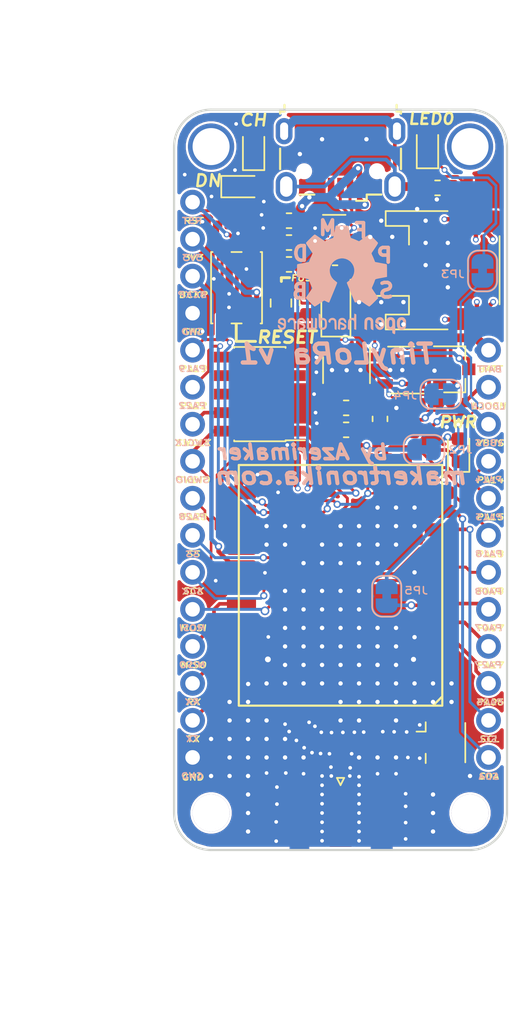
<source format=kicad_pcb>
(kicad_pcb (version 20171130) (host pcbnew "(5.0.1-3-g963ef8bb5)")
  (title_block (title "TinyLoRa Breakout v1") (date 2019-02-28) (rev 1.0) (company "MakerTronika Labs") (comment 1 http://makertronika.com/) (comment 2 "design by Orkhan AmirAslan (azerimaker)"))
  (layers (0 Top.RF mixed) (31 Bottom.LF mixed) (34 B.Paste user) (35 F.Paste user) (36 B.SilkS user) (37 F.SilkS user) (38 B.Mask user) (39 F.Mask user) (44 Edge.Cuts user))
  (net 0 "")
  (net 1 GND)
  (net 2 "Net-(J1-Pad1)")
  (net 3 "Net-(C1-Pad1)")
  (net 4 +BATT)
  (net 5 VBUS)
  (net 6 +3V3)
  (net 7 "Net-(C6-Pad1)")
  (net 8 "Net-(C7-Pad1)")
  (net 9 "Net-(C8-Pad2)")
  (net 10 "Net-(C9-Pad2)")
  (net 11 "Net-(D2-Pad1)")
  (net 12 "Net-(D4-Pad1)")
  (net 13 "Net-(D4-Pad2)")
  (net 14 "Net-(D5-Pad2)")
  (net 15 "Net-(D5-Pad1)")
  (net 16 "Net-(J2-Pad1)")
  (net 17 USB_N)
  (net 18 USB_P)
  (net 19 PA31_SWDIO)
  (net 20 PA30_SWDCLK)
  (net 21 ~RESET)
  (net 22 PA28_GPIO)
  (net 23 PA19_PWM_T0_W3)
  (net 24 "Net-(JP4-Pad2)")
  (net 25 PA07_ADC7)
  (net 26 "Net-(R1-Pad1)")
  (net 27 "Net-(R4-Pad1)")
  (net 28 "Net-(R5-Pad2)")
  (net 29 LDO_EN)
  (net 30 "Net-(R7-Pad2)")
  (net 31 PA04_S0_UART_TX)
  (net 32 PA05_S0_UART_RX)
  (net 33 PB02_S5_SPI_MISO)
  (net 34 BACKUP_BATT)
  (net 35 PA23_S5_SPI_SS)
  (net 36 PA22_GPIO)
  (net 37 PA14_GPIO)
  (net 38 PA15_GPIO)
  (net 39 PA18_PWM_T0_W2)
  (net 40 PA16_S1_I2C_SDA)
  (net 41 PA17_S1_I2C_SCL)
  (net 42 PB23_S5_SPI_SCK)
  (net 43 PA08_GPIO)
  (net 44 PB22_S5_SPI_MOSI)
  (net 45 PA27_GPIO)
  (net 46 PA06_ADC6)
  (net 47 "Net-(D2-Pad2)")
  (net 48 "Net-(D3-Pad1)")
  (module Capacitor_SMD:C_0402_1005Metric (layer Top.RF) (at 138.0744 111.5314 90)
    (fp_text reference C1 hide)
    (fp_text value DNM)
    (pad 1 smd roundrect (at -0.485 0 90) (size 0.59 0.64) (layers Top.RF F.Paste F.Mask) (net 3 "Net-(C1-Pad1)"))
    (pad 2 smd roundrect (at 0.485 0 90) (size 0.59 0.64) (layers Top.RF F.Paste F.Mask) (net 1 GND))
  )
  (module Capacitor_SMD:C_0603_1608Metric (layer Top.RF) (at 135.512499 78.75)
    (fp_text reference C2 hide)
    (fp_text value 10uF)
    (pad 2 smd roundrect (at 0.7875 0) (size 0.875 0.95) (layers Top.RF F.Paste F.Mask) (net 4 +BATT))
    (pad 1 smd roundrect (at -0.7875 0) (size 0.875 0.95) (layers Top.RF F.Paste F.Mask) (net 1 GND))
  )
  (module Capacitor_SMD:C_0603_1608Metric (layer Top.RF) (at 133.59 81.85 90)
    (fp_text reference C3 hide)
    (fp_text value 10uF)
    (pad 1 smd roundrect (at -0.7875 0 90) (size 0.875 0.95) (layers Top.RF F.Paste F.Mask) (net 5 VBUS))
    (pad 2 smd roundrect (at 0.7875 0 90) (size 0.875 0.95) (layers Top.RF F.Paste F.Mask) (net 1 GND))
  )
  (module Capacitor_SMD:C_0603_1608Metric (layer Top.RF) (at 136.2745 90.55 180)
    (fp_text reference C4 hide)
    (fp_text value 1uF)
    (pad 2 smd roundrect (at 0.7875 0 180) (size 0.875 0.95) (layers Top.RF F.Paste F.Mask) (net 1 GND))
    (pad 1 smd roundrect (at -0.7875 0 180) (size 0.875 0.95) (layers Top.RF F.Paste F.Mask) (net 6 +3V3))
  )
  (module Capacitor_SMD:C_0603_1608Metric (layer Top.RF) (at 136.2745 89.0441 180)
    (fp_text reference C5 hide)
    (fp_text value 10uF)
    (pad 1 smd roundrect (at -0.7875 0 180) (size 0.875 0.95) (layers Top.RF F.Paste F.Mask) (net 6 +3V3))
    (pad 2 smd roundrect (at 0.7875 0 180) (size 0.875 0.95) (layers Top.RF F.Paste F.Mask) (net 1 GND))
  )
  (module Capacitor_SMD:C_0603_1608Metric (layer Top.RF) (at 132.35 76.2 180)
    (fp_text reference C6 hide)
    (fp_text value 10nF)
    (pad 2 smd roundrect (at 0.7875 0 180) (size 0.875 0.95) (layers Top.RF F.Paste F.Mask) (net 1 GND))
    (pad 1 smd roundrect (at -0.7875 0 180) (size 0.875 0.95) (layers Top.RF F.Paste F.Mask) (net 7 "Net-(C6-Pad1)"))
  )
  (module Capacitor_SMD:C_0603_1608Metric (layer Top.RF) (at 132.35 79.2012)
    (fp_text reference C7 hide)
    (fp_text value 100nF)
    (pad 1 smd roundrect (at -0.7875 0) (size 0.875 0.95) (layers Top.RF F.Paste F.Mask) (net 8 "Net-(C7-Pad1)"))
    (pad 2 smd roundrect (at 0.7875 0) (size 0.875 0.95) (layers Top.RF F.Paste F.Mask) (net 1 GND))
  )
  (module Capacitor_SMD:C_0603_1608Metric (layer Top.RF) (at 142.55 73.95 180)
    (fp_text reference C8 hide)
    (fp_text value 4.7nF)
    (pad 1 smd roundrect (at -0.7875 0 180) (size 0.875 0.95) (layers Top.RF F.Paste F.Mask) (net 1 GND))
    (pad 2 smd roundrect (at 0.7875 0 180) (size 0.875 0.95) (layers Top.RF F.Paste F.Mask) (net 9 "Net-(C8-Pad2)"))
  )
  (module Capacitor_SMD:C_0603_1608Metric (layer Top.RF) (at 138.6 89.8 270)
    (fp_text reference C9 hide)
    (fp_text value 100nF)
    (pad 2 smd roundrect (at 0.7875 0 270) (size 0.875 0.95) (layers Top.RF F.Paste F.Mask) (net 10 "Net-(C9-Pad2)"))
    (pad 1 smd roundrect (at -0.7875 0 270) (size 0.875 0.95) (layers Top.RF F.Paste F.Mask) (net 1 GND))
  )
  (module Diode_SMD:D_SOD-123 (layer Top.RF) (at 135.57 81.9 90)
    (fp_text reference D1 hide)
    (fp_text value MBR0120)
    (pad 1 smd rect (at -1.65 0 90) (size 0.9 1.2) (layers Top.RF F.Paste F.Mask) (net 5 VBUS))
    (pad 2 smd rect (at 1.65 0 90) (size 0.9 1.2) (layers Top.RF F.Paste F.Mask) (net 4 +BATT))
  )
  (module LED_SMD:LED_0603_1608Metric (layer Top.RF) (at 129.921 71.247 90)
    (fp_text reference D2 hide)
    (fp_text value CH_ORANGE)
    (pad 1 smd roundrect (at -0.7875 0 90) (size 0.875 0.95) (layers Top.RF F.Paste F.Mask) (net 11 "Net-(D2-Pad1)"))
    (pad 2 smd roundrect (at 0.7875 0 90) (size 0.875 0.95) (layers Top.RF F.Paste F.Mask) (net 47 "Net-(D2-Pad2)"))
  )
  (module LED_SMD:LED_0603_1608Metric (layer Top.RF) (at 129.1844 73.8632)
    (fp_text reference D3 hide)
    (fp_text value DN_GREEN)
    (pad 2 smd roundrect (at 0.7875 0) (size 0.875 0.95) (layers Top.RF F.Paste F.Mask) (net 11 "Net-(D2-Pad1)"))
    (pad 1 smd roundrect (at -0.7875 0) (size 0.875 0.95) (layers Top.RF F.Paste F.Mask) (net 48 "Net-(D3-Pad1)"))
  )
  (module LED_SMD:LED_0603_1608Metric (layer Top.RF) (at 144 91.95 90)
    (fp_text reference D4 hide)
    (fp_text value LED_PWR)
    (pad 1 smd roundrect (at -0.7875 0 90) (size 0.875 0.95) (layers Top.RF F.Paste F.Mask) (net 12 "Net-(D4-Pad1)"))
    (pad 2 smd roundrect (at 0.7875 0 90) (size 0.875 0.95) (layers Top.RF F.Paste F.Mask) (net 13 "Net-(D4-Pad2)"))
  )
  (module LED_SMD:LED_0603_1608Metric (layer Top.RF) (at 141.859 71.12 90)
    (fp_text reference D5 hide)
    (fp_text value LED0)
    (pad 2 smd roundrect (at 0.7875 0 90) (size 0.875 0.95) (layers Top.RF F.Paste F.Mask) (net 14 "Net-(D5-Pad2)"))
    (pad 1 smd roundrect (at -0.7875 0 90) (size 0.875 0.95) (layers Top.RF F.Paste F.Mask) (net 15 "Net-(D5-Pad1)"))
  )
  (module Fuse:Fuse_0805_2012Metric (layer Top.RF) (at 131.8 81.85 270)
    (fp_text reference F1 hide)
    (fp_text value 0.75A)
    (pad 1 smd roundrect (at -0.9375 0 270) (size 0.975 1.4) (layers Top.RF F.Paste F.Mask) (net 8 "Net-(C7-Pad1)"))
    (pad 2 smd roundrect (at 0.9375 0 270) (size 0.975 1.4) (layers Top.RF F.Paste F.Mask) (net 5 VBUS))
  )
  (module Inductor_SMD:L_0603_1608Metric (layer Top.RF) (at 132.35 77.7 180)
    (fp_text reference FB1 hide)
    (fp_text value BLM18HE152SN1D)
    (pad 1 smd roundrect (at -0.7875 0 180) (size 0.875 0.95) (layers Top.RF F.Paste F.Mask) (net 7 "Net-(C6-Pad1)"))
    (pad 2 smd roundrect (at 0.7875 0 180) (size 0.875 0.95) (layers Top.RF F.Paste F.Mask) (net 8 "Net-(C7-Pad1)"))
  )
  (module Connector_Coaxial:U.FL_Hirose_U.FL-R-SMT-1_Vertical (layer Top.RF) (at 142.621 112.014)
    (fp_text reference J2 hide)
    (fp_text value U.FL-R-SMT-1)
    (pad 2 smd rect (at 0.475 1.475) (size 2.2 1.05) (layers Top.RF F.Paste F.Mask) (net 1 GND))
    (pad 1 smd rect (at -1.05 0) (size 1.05 1) (layers Top.RF F.Paste F.Mask) (net 16 "Net-(J2-Pad1)"))
    (pad 2 smd rect (at 0.475 -1.475) (size 2.2 1.05) (layers Top.RF F.Paste F.Mask) (net 1 GND))
  )
  (module Connector_USB:USB_Micro-B_Wuerth_629105150521 (layer Top.RF) (at 135.89 72.009 180)
    (fp_text reference J4 hide)
    (fp_text value USB_B_Micro)
    (pad 1 smd rect (at -1.3 -1.9 180) (size 0.45 1.3) (layers Top.RF F.Paste F.Mask) (net 7 "Net-(C6-Pad1)"))
    (pad 2 smd rect (at -0.65 -1.9 180) (size 0.45 1.3) (layers Top.RF F.Paste F.Mask) (net 17 USB_N))
    (pad 3 smd rect (at 0 -1.9 180) (size 0.45 1.3) (layers Top.RF F.Paste F.Mask) (net 18 USB_P))
    (pad 4 smd rect (at 0.65 -1.9 180) (size 0.45 1.3) (layers Top.RF F.Paste F.Mask))
    (pad 5 smd rect (at 1.3 -1.9 180) (size 0.45 1.3) (layers Top.RF F.Paste F.Mask) (net 1 GND))
    (pad 6 thru_hole oval (at -3.725 -1.85 180) (size 1.45 2) (drill oval 0.85 1.4) (layers *.Cu *.Mask) (net 9 "Net-(C8-Pad2)"))
    (pad 6 thru_hole oval (at 3.725 -1.85 180) (size 1.45 2) (drill oval 0.85 1.4) (layers *.Cu *.Mask) (net 9 "Net-(C8-Pad2)"))
    (pad 6 thru_hole oval (at -3.875 1.95 180) (size 1.15 1.8) (drill oval 0.55 1.2) (layers *.Cu *.Mask) (net 9 "Net-(C8-Pad2)"))
    (pad 6 thru_hole oval (at 3.875 1.95 180) (size 1.15 1.8) (drill oval 0.55 1.2) (layers *.Cu *.Mask) (net 9 "Net-(C8-Pad2)"))
    (pad "" np_thru_hole oval (at -2.5 -0.8 180) (size 0.8 0.8) (drill 0.8) (layers *.Cu *.Mask))
    (pad "" np_thru_hole oval (at 2.5 -0.8 180) (size 0.8 0.8) (drill 0.8) (layers *.Cu *.Mask))
  )
  (module Connector_PinHeader_1.27mm:PinHeader_2x05_P1.27mm_Vertical_SMD (layer Top.RF) (at 130.35 88.1 180)
    (fp_text reference J5 hide)
    (fp_text value Cortex_JTAG_SWD_10pin)
    (pad 1 smd rect (at -1.95 -2.54 180) (size 2.4 0.74) (layers Top.RF F.Paste F.Mask) (net 6 +3V3))
    (pad 2 smd rect (at 1.95 -2.54 180) (size 2.4 0.74) (layers Top.RF F.Paste F.Mask) (net 19 PA31_SWDIO))
    (pad 3 smd rect (at -1.95 -1.27 180) (size 2.4 0.74) (layers Top.RF F.Paste F.Mask) (net 1 GND))
    (pad 4 smd rect (at 1.95 -1.27 180) (size 2.4 0.74) (layers Top.RF F.Paste F.Mask) (net 20 PA30_SWDCLK))
    (pad 5 smd rect (at -1.95 0 180) (size 2.4 0.74) (layers Top.RF F.Paste F.Mask) (net 1 GND))
    (pad 6 smd rect (at 1.95 0 180) (size 2.4 0.74) (layers Top.RF F.Paste F.Mask))
    (pad 7 smd rect (at -1.95 1.27 180) (size 2.4 0.74) (layers Top.RF F.Paste F.Mask))
    (pad 8 smd rect (at 1.95 1.27 180) (size 2.4 0.74) (layers Top.RF F.Paste F.Mask))
    (pad 9 smd rect (at -1.95 2.54 180) (size 2.4 0.74) (layers Top.RF F.Paste F.Mask) (net 1 GND))
    (pad 10 smd rect (at 1.95 2.54 180) (size 2.4 0.74) (layers Top.RF F.Paste F.Mask) (net 21 ~RESET))
  )
  (module Jumper:SolderJumper-2_P1.3mm_Bridged_RoundedPad1.0x1.5mm (layer Bottom.LF) (at 141.625 91.9)
    (fp_text reference JP2 (at 2.505 0.01) (layer B.SilkS) (effects (font (size 0.5 0.6) (thickness 0.1)) (justify mirror)))
    (fp_text value PWR_LED-Cut)
    (pad 2 smd custom (at 0.65 0) (size 1 0.5) (layers Bottom.LF B.Mask) (net 13 "Net-(D4-Pad2)") (options (clearance outline) (anchor rect)) (primitives (gr_circle (center 0 -0.25) (end 0.5 -0.25) (width 0)) (gr_circle (center 0 0.25) (end 0.5 0.25) (width 0)) (gr_poly (pts (xy 0 0.75) (xy -0.5 0.75) (xy -0.5 -0.75) (xy 0 -0.75)) (width 0))))
    (pad 1 smd custom (at -0.65 0) (size 1 0.5) (layers Bottom.LF B.Mask) (net 6 +3V3) (options (clearance outline) (anchor rect)) (primitives (gr_circle (center 0 -0.25) (end 0.5 -0.25) (width 0)) (gr_circle (center 0 0.25) (end 0.5 0.25) (width 0)) (gr_poly (pts (xy 0 0.75) (xy 0.5 0.75) (xy 0.5 -0.75) (xy 0 -0.75)) (width 0)) (gr_poly (pts (xy 0.9 0.3) (xy 0.4 0.3) (xy 0.4 -0.3) (xy 0.9 -0.3)) (width 0))))
  )
  (module Jumper:SolderJumper-2_P1.3mm_Bridged_RoundedPad1.0x1.5mm (layer Bottom.LF) (at 145.64 79.65 90)
    (fp_text reference JP3 (at -0.22 -2.05 180) (layer B.SilkS) (effects (font (size 0.5 0.6) (thickness 0.1)) (justify mirror)))
    (fp_text value LED0-Cut)
    (pad 1 smd custom (at -0.65 0 90) (size 1 0.5) (layers Bottom.LF B.Mask) (net 23 PA19_PWM_T0_W3) (options (clearance outline) (anchor rect)) (primitives (gr_circle (center 0 -0.25) (end 0.5 -0.25) (width 0)) (gr_circle (center 0 0.25) (end 0.5 0.25) (width 0)) (gr_poly (pts (xy 0 0.75) (xy 0.5 0.75) (xy 0.5 -0.75) (xy 0 -0.75)) (width 0)) (gr_poly (pts (xy 0.9 0.3) (xy 0.4 0.3) (xy 0.4 -0.3) (xy 0.9 -0.3)) (width 0))))
    (pad 2 smd custom (at 0.65 0 90) (size 1 0.5) (layers Bottom.LF B.Mask) (net 14 "Net-(D5-Pad2)") (options (clearance outline) (anchor rect)) (primitives (gr_circle (center 0 -0.25) (end 0.5 -0.25) (width 0)) (gr_circle (center 0 0.25) (end 0.5 0.25) (width 0)) (gr_poly (pts (xy 0 0.75) (xy -0.5 0.75) (xy -0.5 -0.75) (xy 0 -0.75)) (width 0))))
  )
  (module Jumper:SolderJumper-2_P1.3mm_Bridged_RoundedPad1.0x1.5mm (layer Bottom.LF) (at 142.775 88.1 180)
    (fp_text reference JP4 (at 2.445 -0.1) (layer B.SilkS) (effects (font (size 0.5 0.6) (thickness 0.1)) (justify mirror)))
    (fp_text value ADCV-Cut)
    (pad 2 smd custom (at 0.65 0 180) (size 1 0.5) (layers Bottom.LF B.Mask) (net 24 "Net-(JP4-Pad2)") (options (clearance outline) (anchor rect)) (primitives (gr_circle (center 0 -0.25) (end 0.5 -0.25) (width 0)) (gr_circle (center 0 0.25) (end 0.5 0.25) (width 0)) (gr_poly (pts (xy 0 0.75) (xy -0.5 0.75) (xy -0.5 -0.75) (xy 0 -0.75)) (width 0))))
    (pad 1 smd custom (at -0.65 0 180) (size 1 0.5) (layers Bottom.LF B.Mask) (net 4 +BATT) (options (clearance outline) (anchor rect)) (primitives (gr_circle (center 0 -0.25) (end 0.5 -0.25) (width 0)) (gr_circle (center 0 0.25) (end 0.5 0.25) (width 0)) (gr_poly (pts (xy 0 0.75) (xy 0.5 0.75) (xy 0.5 -0.75) (xy 0 -0.75)) (width 0)) (gr_poly (pts (xy 0.9 0.3) (xy 0.4 0.3) (xy 0.4 -0.3) (xy 0.9 -0.3)) (width 0))))
  )
  (module Jumper:SolderJumper-2_P1.3mm_Bridged_RoundedPad1.0x1.5mm (layer Bottom.LF) (at 139.06 101.97 90)
    (fp_text reference JP5 (at 0.39 2.02 180) (layer B.SilkS) (effects (font (size 0.5 0.6) (thickness 0.1)) (justify mirror)))
    (fp_text value ADC-Cut)
    (pad 1 smd custom (at -0.65 0 90) (size 1 0.5) (layers Bottom.LF B.Mask) (net 25 PA07_ADC7) (options (clearance outline) (anchor rect)) (primitives (gr_circle (center 0 -0.25) (end 0.5 -0.25) (width 0)) (gr_circle (center 0 0.25) (end 0.5 0.25) (width 0)) (gr_poly (pts (xy 0 0.75) (xy 0.5 0.75) (xy 0.5 -0.75) (xy 0 -0.75)) (width 0)) (gr_poly (pts (xy 0.9 0.3) (xy 0.4 0.3) (xy 0.4 -0.3) (xy 0.9 -0.3)) (width 0))))
    (pad 2 smd custom (at 0.65 0 90) (size 1 0.5) (layers Bottom.LF B.Mask) (net 10 "Net-(C9-Pad2)") (options (clearance outline) (anchor rect)) (primitives (gr_circle (center 0 -0.25) (end 0.5 -0.25) (width 0)) (gr_circle (center 0 0.25) (end 0.5 0.25) (width 0)) (gr_poly (pts (xy 0 0.75) (xy -0.5 0.75) (xy -0.5 -0.75) (xy 0 -0.75)) (width 0))))
  )
  (module Inductor_SMD:L_0402_1005Metric (layer Top.RF) (at 139.5476 112.014 180)
    (fp_text reference L1 hide)
    (fp_text value 0R)
    (pad 1 smd roundrect (at -0.485 0 180) (size 0.59 0.64) (layers Top.RF F.Paste F.Mask) (net 16 "Net-(J2-Pad1)"))
    (pad 2 smd roundrect (at 0.485 0 180) (size 0.59 0.64) (layers Top.RF F.Paste F.Mask) (net 3 "Net-(C1-Pad1)"))
  )
  (module Resistor_SMD:R_0402_1005Metric (layer Top.RF) (at 136.3726 112.014)
    (fp_text reference R1 hide)
    (fp_text value DNM)
    (pad 2 smd roundrect (at 0.485 0) (size 0.59 0.64) (layers Top.RF F.Paste F.Mask) (net 3 "Net-(C1-Pad1)"))
    (pad 1 smd roundrect (at -0.485 0) (size 0.59 0.64) (layers Top.RF F.Paste F.Mask) (net 26 "Net-(R1-Pad1)"))
  )
  (module Resistor_SMD:R_0402_1005Metric (layer Top.RF) (at 135.89 112.4966 90)
    (fp_text reference R2 hide)
    (fp_text value 0R)
    (pad 1 smd roundrect (at -0.485 0 90) (size 0.59 0.64) (layers Top.RF F.Paste F.Mask) (net 2 "Net-(J1-Pad1)"))
    (pad 2 smd roundrect (at 0.485 0 90) (size 0.59 0.64) (layers Top.RF F.Paste F.Mask) (net 26 "Net-(R1-Pad1)"))
  )
  (module Button_Switch_SMD:SW_SPST_EVQP2 (layer Top.RF) (at 128.75 80.8 270)
    (fp_text reference SW3 hide)
    (fp_text value RESET)
    (pad 2 smd rect (at 2.58 1 270) (size 1.45 0.7) (layers Top.RF F.Paste F.Mask) (net 30 "Net-(R7-Pad2)"))
    (pad 2 smd rect (at -2.58 1 270) (size 1.45 0.7) (layers Top.RF F.Paste F.Mask) (net 30 "Net-(R7-Pad2)"))
    (pad 1 smd rect (at -2.58 -1 270) (size 1.45 0.7) (layers Top.RF F.Paste F.Mask) (net 1 GND))
    (pad 1 smd rect (at 2.58 -1 270) (size 1.45 0.7) (layers Top.RF F.Paste F.Mask) (net 1 GND))
  )
  (module TLM-footprints:TLM-01-footprint (layer Top.RF) (at 142.875 106.299 180)
    (fp_text reference U1 hide)
    (fp_text value TLM01)
    (pad 29 connect roundrect (at 11.43 -2.794 270) (size 2 0.9) (drill (offset 0.2 0)) (layers Top.RF F.Mask) (roundrect_rratio 0.2) (net 1 GND))
    (pad 30 connect roundrect (at 10.16 -2.794 270) (size 2 0.9) (drill (offset 0.2 0)) (layers Top.RF F.Mask) (roundrect_rratio 0.2) (net 26 "Net-(R1-Pad1)"))
    (pad 31 connect roundrect (at 8.89 -2.794 270) (size 2 0.9) (drill (offset 0.2 0)) (layers Top.RF F.Mask) (roundrect_rratio 0.2) (net 1 GND))
    (pad 28 connect roundrect (at 13.589 0 180) (size 2 0.9) (drill (offset 0.2 0)) (layers Top.RF F.Mask) (roundrect_rratio 0.2) (net 1 GND))
    (pad 27 connect roundrect (at 13.589 1.27 180) (size 2 0.9) (drill (offset 0.2 0)) (layers Top.RF F.Mask) (roundrect_rratio 0.2) (net 31 PA04_S0_UART_TX))
    (pad 26 connect roundrect (at 13.589 2.54 180) (size 2 0.9) (drill (offset 0.2 0)) (layers Top.RF F.Mask) (roundrect_rratio 0.2) (net 32 PA05_S0_UART_RX))
    (pad 25 connect roundrect (at 13.589 3.81 180) (size 2 0.9) (drill (offset 0.2 0)) (layers Top.RF F.Mask) (roundrect_rratio 0.2) (net 33 PB02_S5_SPI_MISO))
    (pad 24 connect roundrect (at 13.589 5.08 180) (size 2 0.9) (drill (offset 0.2 0)) (layers Top.RF F.Mask) (roundrect_rratio 0.2) (net 22 PA28_GPIO))
    (pad 23 connect roundrect (at 13.589 6.35 180) (size 2 0.9) (drill (offset 0.2 0)) (layers Top.RF F.Mask) (roundrect_rratio 0.2) (net 34 BACKUP_BATT))
    (pad 22 connect roundrect (at 13.589 7.62 180) (size 2 0.9) (drill (offset 0.2 0)) (layers Top.RF F.Mask) (roundrect_rratio 0.2) (net 19 PA31_SWDIO))
    (pad 21 connect roundrect (at 13.589 8.89 180) (size 2 0.9) (drill (offset 0.2 0)) (layers Top.RF F.Mask) (roundrect_rratio 0.2) (net 20 PA30_SWDCLK))
    (pad 20 connect roundrect (at 13.589 10.16 180) (size 2 0.9) (drill (offset 0.2 0)) (layers Top.RF F.Mask) (roundrect_rratio 0.2) (net 21 ~RESET))
    (pad 19 connect roundrect (at 13.589 11.43 180) (size 2 0.9) (drill (offset 0.2 0)) (layers Top.RF F.Mask) (roundrect_rratio 0.2) (net 6 +3V3))
    (pad 18 connect roundrect (at 11.43 13.335 270) (size 2 0.9) (drill (offset 0.2 0)) (layers Top.RF F.Mask) (roundrect_rratio 0.2) (net 1 GND))
    (pad 17 connect roundrect (at 10.16 13.335 270) (size 2 0.9) (drill (offset 0.2 0)) (layers Top.RF F.Mask) (roundrect_rratio 0.2) (net 17 USB_N))
    (pad 16 connect roundrect (at 8.89 13.335 270) (size 2 0.9) (drill (offset 0.2 0)) (layers Top.RF F.Mask) (roundrect_rratio 0.2) (net 18 USB_P))
    (pad 15 connect roundrect (at 7.62 13.335 270) (size 2 0.9) (drill (offset 0.2 0)) (layers Top.RF F.Mask) (roundrect_rratio 0.2) (net 35 PA23_S5_SPI_SS))
    (pad 14 connect roundrect (at 6.35 13.335 270) (size 2 0.9) (drill (offset 0.2 0)) (layers Top.RF F.Mask) (roundrect_rratio 0.2) (net 36 PA22_GPIO))
    (pad 13 connect roundrect (at 5.08 13.335 270) (size 2 0.9) (drill (offset 0.2 0)) (layers Top.RF F.Mask) (roundrect_rratio 0.2) (net 23 PA19_PWM_T0_W3))
    (pad 12 connect roundrect (at 3.81 13.335 270) (size 2 0.9) (drill (offset 0.2 0)) (layers Top.RF F.Mask) (roundrect_rratio 0.2) (net 37 PA14_GPIO))
    (pad 11 connect roundrect (at 2.54 13.335 270) (size 2 0.9) (drill (offset 0.2 0)) (layers Top.RF F.Mask) (roundrect_rratio 0.2) (net 38 PA15_GPIO))
    (pad 10 connect roundrect (at 0 11.43 180) (size 2 0.9) (drill (offset 0.2 0)) (layers Top.RF F.Mask) (roundrect_rratio 0.2) (net 39 PA18_PWM_T0_W2))
    (pad 9 connect roundrect (at 0 10.16 180) (size 2 0.9) (drill (offset 0.2 0)) (layers Top.RF F.Mask) (roundrect_rratio 0.2) (net 40 PA16_S1_I2C_SDA))
    (pad 8 connect roundrect (at 0 8.89 180) (size 2 0.9) (drill (offset 0.2 0)) (layers Top.RF F.Mask) (roundrect_rratio 0.2) (net 41 PA17_S1_I2C_SCL))
    (pad 7 connect roundrect (at 0 7.62 180) (size 2 0.9) (drill (offset 0.2 0)) (layers Top.RF F.Mask) (roundrect_rratio 0.2) (net 42 PB23_S5_SPI_SCK))
    (pad 6 connect roundrect (at 0 6.35 180) (size 2 0.9) (drill (offset 0.2 0)) (layers Top.RF F.Mask) (roundrect_rratio 0.2) (net 43 PA08_GPIO))
    (pad 5 connect roundrect (at 0 5.08 180) (size 2 0.9) (drill (offset 0.2 0)) (layers Top.RF F.Mask) (roundrect_rratio 0.2) (net 44 PB22_S5_SPI_MOSI))
    (pad 4 connect roundrect (at 0 3.81 180) (size 2 0.9) (drill (offset 0.2 0)) (layers Top.RF F.Mask) (roundrect_rratio 0.2) (net 25 PA07_ADC7))
    (pad 3 connect roundrect (at 0 2.54 180) (size 2 0.9) (drill (offset 0.2 0)) (layers Top.RF F.Mask) (roundrect_rratio 0.2) (net 45 PA27_GPIO))
    (pad 2 connect roundrect (at 0 1.27 180) (size 2 0.9) (drill (offset 0.2 0)) (layers Top.RF F.Mask) (roundrect_rratio 0.2) (net 46 PA06_ADC6))
    (pad 1 connect roundrect (at 0 0 180) (size 2 0.9) (drill (offset 0.2 0)) (layers Top.RF F.Mask) (roundrect_rratio 0.2) (net 1 GND))
  )
  (module Package_TO_SOT_SMD:SOT-23-5 (layer Top.RF) (at 140.05 86.45 180)
    (fp_text reference U2 hide)
    (fp_text value MCP73831-2-OT)
    (pad 5 smd rect (at 1.1 -0.95 180) (size 1.06 0.65) (layers Top.RF F.Paste F.Mask) (net 27 "Net-(R4-Pad1)"))
    (pad 4 smd rect (at 1.1 0.95 180) (size 1.06 0.65) (layers Top.RF F.Paste F.Mask) (net 5 VBUS))
    (pad 3 smd rect (at -1.1 0.95 180) (size 1.06 0.65) (layers Top.RF F.Paste F.Mask) (net 4 +BATT))
    (pad 2 smd rect (at -1.1 0 180) (size 1.06 0.65) (layers Top.RF F.Paste F.Mask) (net 1 GND))
    (pad 1 smd rect (at -1.1 -0.95 180) (size 1.06 0.65) (layers Top.RF F.Paste F.Mask) (net 11 "Net-(D2-Pad1)"))
  )
  (module Package_TO_SOT_SMD:SOT-23 (layer Top.RF) (at 143.7 86.4)
    (fp_text reference U3 hide)
    (fp_text value TPS3839DBZ)
    (pad 1 smd rect (at -1 -0.95) (size 0.9 0.8) (layers Top.RF F.Paste F.Mask) (net 1 GND))
    (pad 2 smd rect (at -1 0.95) (size 0.9 0.8) (layers Top.RF F.Paste F.Mask) (net 28 "Net-(R5-Pad2)"))
    (pad 3 smd rect (at 1 0) (size 0.9 0.8) (layers Top.RF F.Paste F.Mask) (net 5 VBUS))
  )
  (module Package_TO_SOT_SMD:SOT-23-5 (layer Top.RF) (at 136.3 86.45 270)
    (fp_text reference U4 hide)
    (fp_text value S-1313C33)
    (pad 1 smd rect (at -1.1 -0.95 270) (size 1.06 0.65) (layers Top.RF F.Paste F.Mask) (net 5 VBUS))
    (pad 2 smd rect (at -1.1 0 270) (size 1.06 0.65) (layers Top.RF F.Paste F.Mask) (net 1 GND))
    (pad 3 smd rect (at -1.1 0.95 270) (size 1.06 0.65) (layers Top.RF F.Paste F.Mask) (net 29 LDO_EN))
    (pad 4 smd rect (at 1.1 0.95 270) (size 1.06 0.65) (layers Top.RF F.Paste F.Mask))
    (pad 5 smd rect (at 1.1 -0.95 270) (size 1.06 0.65) (layers Top.RF F.Paste F.Mask) (net 6 +3V3))
  )
  (module mcu_footprints:Feather-Generic (layer Top.RF) (at 124.46 68.576)
    (fp_text reference U6 hide)
    (fp_text value Feather-Generic)
    (pad "" thru_hole circle (at 2.54 2.54) (size 3.175 3.175) (drill 2.54) (layers *.Cu *.Mask))
    (pad "" thru_hole circle (at 20.32 2.54) (size 3.175 3.175) (drill 2.54) (layers *.Cu *.Mask))
    (pad "" thru_hole circle (at 20.32 48.26) (size 2.54 2.54) (drill 2.54) (layers *.Cu *.Mask))
    (pad "" thru_hole circle (at 2.54 48.26) (size 2.54 2.54) (drill 2.54) (layers *.Cu *.Mask))
    (pad 1 thru_hole oval (at 1.27 6.35) (size 1.7 1.7) (drill 1) (layers *.Cu *.Mask) (net 21 ~RESET))
    (pad 2 thru_hole oval (at 1.27 8.89) (size 1.7 1.7) (drill 1) (layers *.Cu *.Mask) (net 6 +3V3))
    (pad 3 thru_hole oval (at 1.27 11.43) (size 1.7 1.7) (drill 1) (layers *.Cu *.Mask) (net 34 BACKUP_BATT))
    (pad 4 thru_hole oval (at 1.27 13.97) (size 1.7 1.7) (drill 1) (layers *.Cu *.Mask) (net 1 GND))
    (pad 5 thru_hole oval (at 1.27 16.51) (size 1.7 1.7) (drill 1) (layers *.Cu *.Mask) (net 23 PA19_PWM_T0_W3))
    (pad 6 thru_hole oval (at 1.27 19.05) (size 1.7 1.7) (drill 1) (layers *.Cu *.Mask) (net 36 PA22_GPIO))
    (pad 7 thru_hole oval (at 1.27 21.59) (size 1.7 1.7) (drill 1) (layers *.Cu *.Mask) (net 20 PA30_SWDCLK))
    (pad 8 thru_hole oval (at 1.27 24.13) (size 1.7 1.7) (drill 1) (layers *.Cu *.Mask) (net 19 PA31_SWDIO))
    (pad 9 thru_hole oval (at 1.27 26.67) (size 1.7 1.7) (drill 1) (layers *.Cu *.Mask) (net 22 PA28_GPIO))
    (pad 10 thru_hole oval (at 1.27 29.21) (size 1.7 1.7) (drill 1) (layers *.Cu *.Mask) (net 35 PA23_S5_SPI_SS))
    (pad 11 thru_hole oval (at 1.27 31.75) (size 1.7 1.7) (drill 1) (layers *.Cu *.Mask) (net 42 PB23_S5_SPI_SCK))
    (pad 12 thru_hole oval (at 1.27 34.29) (size 1.7 1.7) (drill 1) (layers *.Cu *.Mask) (net 44 PB22_S5_SPI_MOSI))
    (pad 13 thru_hole oval (at 1.27 36.83) (size 1.7 1.7) (drill 1) (layers *.Cu *.Mask) (net 33 PB02_S5_SPI_MISO))
    (pad 14 thru_hole oval (at 1.27 39.37) (size 1.7 1.7) (drill 1) (layers *.Cu *.Mask) (net 32 PA05_S0_UART_RX))
    (pad 15 thru_hole oval (at 1.27 41.91) (size 1.7 1.7) (drill 1) (layers *.Cu *.Mask) (net 31 PA04_S0_UART_TX))
    (pad 16 thru_hole oval (at 1.27 44.45) (size 1.7 1.7) (drill 1) (layers *.Cu *.Mask) (net 1 GND))
    (pad 17 thru_hole oval (at 21.59 44.45) (size 1.7 1.7) (drill 1) (layers *.Cu *.Mask) (net 40 PA16_S1_I2C_SDA))
    (pad 18 thru_hole oval (at 21.59 41.91) (size 1.7 1.7) (drill 1) (layers *.Cu *.Mask) (net 41 PA17_S1_I2C_SCL))
    (pad 19 thru_hole oval (at 21.59 39.37) (size 1.7 1.7) (drill 1) (layers *.Cu *.Mask) (net 46 PA06_ADC6))
    (pad 20 thru_hole oval (at 21.59 36.83) (size 1.7 1.7) (drill 1) (layers *.Cu *.Mask) (net 45 PA27_GPIO))
    (pad 21 thru_hole oval (at 21.59 34.29) (size 1.7 1.7) (drill 1) (layers *.Cu *.Mask) (net 25 PA07_ADC7))
    (pad 22 thru_hole oval (at 21.59 31.75) (size 1.7 1.7) (drill 1) (layers *.Cu *.Mask) (net 43 PA08_GPIO))
    (pad 23 thru_hole oval (at 21.59 29.21) (size 1.7 1.7) (drill 1) (layers *.Cu *.Mask) (net 39 PA18_PWM_T0_W2))
    (pad 24 thru_hole oval (at 21.59 26.67) (size 1.7 1.7) (drill 1) (layers *.Cu *.Mask) (net 38 PA15_GPIO))
    (pad 25 thru_hole oval (at 21.59 24.13) (size 1.7 1.7) (drill 1) (layers *.Cu *.Mask) (net 37 PA14_GPIO))
    (pad 26 thru_hole oval (at 21.59 21.59) (size 1.7 1.7) (drill 1) (layers *.Cu *.Mask) (net 5 VBUS))
    (pad 27 thru_hole oval (at 21.59 19.05) (size 1.7 1.7) (drill 1) (layers *.Cu *.Mask) (net 29 LDO_EN))
    (pad 28 thru_hole oval (at 21.59 16.51) (size 1.7 1.7) (drill 1) (layers *.Cu *.Mask) (net 4 +BATT))
  )
  (module Package_TO_SOT_SMD:SOT-553 (layer Top.RF) (at 135.58 76.7)
    (fp_text reference U5 hide)
    (fp_text value NUP2114)
    (pad 1 smd rect (at -0.7 -0.5) (size 0.45 0.3) (layers Top.RF F.Paste F.Mask) (net 7 "Net-(C6-Pad1)"))
    (pad 3 smd rect (at -0.7 0.5) (size 0.45 0.3) (layers Top.RF F.Paste F.Mask))
    (pad 5 smd rect (at 0.7 -0.5) (size 0.45 0.3) (layers Top.RF F.Paste F.Mask) (net 18 USB_P))
    (pad 2 smd rect (at -0.7 0) (size 0.45 0.3) (layers Top.RF F.Paste F.Mask) (net 1 GND))
    (pad 4 smd rect (at 0.7 0.5) (size 0.45 0.3) (layers Top.RF F.Paste F.Mask) (net 17 USB_N))
  )
  (module Connector_JST:JST_PH_S2B-PH-SM4-TB_1x02-1MP_P2.00mm_Horizontal (layer Top.RF) (at 142.3 79.6 90)
    (fp_text reference J3 hide)
    (fp_text value JST_PH)
    (pad 1 smd roundrect (at -1 -2.85 90) (size 1 3.5) (layers Top.RF F.Paste F.Mask) (net 4 +BATT))
    (pad 2 smd roundrect (at 1 -2.85 90) (size 1 3.5) (layers Top.RF F.Paste F.Mask) (net 1 GND))
    (pad MP smd roundrect (at -3.35 2.9 90) (size 1.5 3.4) (layers Top.RF F.Paste F.Mask) (roundrect_rratio 0.166667))
    (pad MP smd roundrect (at 3.35 2.9 90) (size 1.5 3.4) (layers Top.RF F.Paste F.Mask) (roundrect_rratio 0.166667))
  )
  (module mySMA_Connectos:SMA_J_P_X_ST_EM1_EdgeMount (layer Top.RF) (at 135.89 116.84 270)
    (fp_text reference J1 hide)
    (fp_text value SMA-Edge-Mount)
    (pad 2 smd rect (at 0.15 2.825) (size 1.35 4.7) (layers Bottom.LF B.Paste B.Mask) (net 1 GND))
    (pad 2 smd rect (at 0.15 -2.825) (size 1.5 4.7) (layers Bottom.LF B.Paste B.Mask) (net 1 GND))
    (pad 2 smd rect (at 0.15 2.825) (size 1.35 4.7) (layers Top.RF F.Paste F.Mask) (net 1 GND))
    (pad 2 smd rect (at 0.15 -2.825) (size 1.5 4.7) (layers Top.RF F.Paste F.Mask) (net 1 GND))
    (pad 1 smd rect (at 0.127 0) (size 1.5 4.4) (layers Top.RF F.Paste F.Mask) (net 2 "Net-(J1-Pad1)"))
  )
  (module Resistor_SMD:R_0402_1005Metric (layer Top.RF) (at 128.55 76 270)
    (fp_text reference R3 hide)
    (fp_text value 1K)
    (pad 1 smd roundrect (at -0.485 0 270) (size 0.59 0.64) (layers Top.RF F.Paste F.Mask) (net 48 "Net-(D3-Pad1)"))
    (pad 2 smd roundrect (at 0.485 0 270) (size 0.59 0.64) (layers Top.RF F.Paste F.Mask) (net 1 GND))
  )
  (module Resistor_SMD:R_0402_1005Metric (layer Top.RF) (at 141.92 88.69)
    (fp_text reference R4 hide)
    (fp_text value 4K7)
    (pad 2 smd roundrect (at 0.485 0) (size 0.59 0.64) (layers Top.RF F.Paste F.Mask) (net 1 GND))
    (pad 1 smd roundrect (at -0.485 0) (size 0.59 0.64) (layers Top.RF F.Paste F.Mask) (net 27 "Net-(R4-Pad1)"))
  )
  (module Resistor_SMD:R_0402_1005Metric (layer Top.RF) (at 143.92 88.68 180)
    (fp_text reference R5 hide)
    (fp_text value 100K)
    (pad 1 smd roundrect (at -0.485 0 180) (size 0.59 0.64) (layers Top.RF F.Paste F.Mask) (net 29 LDO_EN))
    (pad 2 smd roundrect (at 0.485 0 180) (size 0.59 0.64) (layers Top.RF F.Paste F.Mask) (net 28 "Net-(R5-Pad2)"))
  )
  (module Resistor_SMD:R_0402_1005Metric (layer Top.RF) (at 129.65 76 90)
    (fp_text reference R6 hide)
    (fp_text value 1K)
    (pad 2 smd roundrect (at 0.485 0 90) (size 0.59 0.64) (layers Top.RF F.Paste F.Mask) (net 47 "Net-(D2-Pad2)"))
    (pad 1 smd roundrect (at -0.485 0 90) (size 0.59 0.64) (layers Top.RF F.Paste F.Mask) (net 5 VBUS))
  )
  (module Resistor_SMD:R_0402_1005Metric (layer Top.RF) (at 127.45 76 270)
    (fp_text reference R7 hide)
    (fp_text value 100R)
    (pad 2 smd roundrect (at 0.485 0 270) (size 0.59 0.64) (layers Top.RF F.Paste F.Mask) (net 30 "Net-(R7-Pad2)"))
    (pad 1 smd roundrect (at -0.485 0 270) (size 0.59 0.64) (layers Top.RF F.Paste F.Mask) (net 21 ~RESET))
  )
  (module Resistor_SMD:R_0402_1005Metric (layer Top.RF) (at 142.4 91.45 90)
    (fp_text reference R8 hide)
    (fp_text value 1K)
    (pad 1 smd roundrect (at -0.485 0 90) (size 0.59 0.64) (layers Top.RF F.Paste F.Mask) (net 12 "Net-(D4-Pad1)"))
    (pad 2 smd roundrect (at 0.485 0 90) (size 0.59 0.64) (layers Top.RF F.Paste F.Mask) (net 1 GND))
  )
  (module Resistor_SMD:R_0402_1005Metric (layer Top.RF) (at 144.65 73.9469 270)
    (fp_text reference R9 hide)
    (fp_text value 1K)
    (pad 2 smd roundrect (at 0.485 0 270) (size 0.59 0.64) (layers Top.RF F.Paste F.Mask) (net 1 GND))
    (pad 1 smd roundrect (at -0.485 0 270) (size 0.59 0.64) (layers Top.RF F.Paste F.Mask) (net 15 "Net-(D5-Pad1)"))
  )
  (module Resistor_SMD:R_0402_1005Metric (layer Top.RF) (at 145.649999 73.95 270)
    (fp_text reference R10 hide)
    (fp_text value 1M)
    (pad 1 smd roundrect (at -0.485 0 270) (size 0.59 0.64) (layers Top.RF F.Paste F.Mask) (net 1 GND))
    (pad 2 smd roundrect (at 0.485 0 270) (size 0.59 0.64) (layers Top.RF F.Paste F.Mask) (net 9 "Net-(C8-Pad2)"))
  )
  (module Resistor_SMD:R_0402_1005Metric (layer Top.RF) (at 140.95 90.35 90)
    (fp_text reference R11 hide)
    (fp_text value 1M)
    (pad 2 smd roundrect (at 0.485 0 90) (size 0.59 0.64) (layers Top.RF F.Paste F.Mask) (net 24 "Net-(JP4-Pad2)"))
    (pad 1 smd roundrect (at -0.485 0 90) (size 0.59 0.64) (layers Top.RF F.Paste F.Mask) (net 10 "Net-(C9-Pad2)"))
  )
  (module Resistor_SMD:R_0402_1005Metric (layer Top.RF) (at 139.9 90.35 270)
    (fp_text reference R12 hide)
    (fp_text value 3M3)
    (pad 1 smd roundrect (at -0.485 0 270) (size 0.59 0.64) (layers Top.RF F.Paste F.Mask) (net 1 GND))
    (pad 2 smd roundrect (at 0.485 0 270) (size 0.59 0.64) (layers Top.RF F.Paste F.Mask) (net 10 "Net-(C9-Pad2)"))
  )
  (module Symbol:OSHW-Logo2_9.8x8mm_SilkScreen (layer Bottom.LF) (at 135.99 80.25 180)
    (fp_text reference REF** hide)
    (fp_text value OSHW-Logo2_9.8x8mm_SilkScreen hide)
  )
  (gr_text RST (at 125.73 76.2) (layer B.SilkS) (effects (font (size 0.4 0.5) (thickness 0.1) italic) (justify mirror)))
  (gr_text 3V3 (at 125.73 78.74) (layer B.SilkS) (effects (font (size 0.4 0.5) (thickness 0.1) italic) (justify mirror)))
  (gr_text BCKP (at 125.73 81.28) (layer B.SilkS) (effects (font (size 0.4 0.5) (thickness 0.1) italic) (justify mirror)))
  (gr_text GND (at 125.73 83.82) (layer B.SilkS) (effects (font (size 0.4 0.5) (thickness 0.1) italic) (justify mirror)))
  (gr_text PA19 (at 125.73 86.36) (layer B.SilkS) (effects (font (size 0.4 0.5) (thickness 0.1) italic) (justify mirror)))
  (gr_text PA22 (at 125.73 88.9) (layer B.SilkS) (effects (font (size 0.4 0.5) (thickness 0.1) italic) (justify mirror)))
  (gr_text SWCLK (at 125.73 91.44) (layer B.SilkS) (effects (font (size 0.4 0.5) (thickness 0.1) italic) (justify mirror)))
  (gr_text SWDIO (at 125.73 93.98) (layer B.SilkS) (effects (font (size 0.4 0.5) (thickness 0.1) italic) (justify mirror)))
  (gr_text PA28 (at 125.73 96.52) (layer B.SilkS) (effects (font (size 0.4 0.5) (thickness 0.1) italic) (justify mirror)))
  (gr_text SS (at 125.73 99.079997) (layer B.SilkS) (effects (font (size 0.4 0.5) (thickness 0.1) italic) (justify mirror)))
  (gr_text SCK (at 125.73 101.64333) (layer B.SilkS) (effects (font (size 0.4 0.5) (thickness 0.1) italic) (justify mirror)))
  (gr_text MOSI (at 125.73 104.14) (layer B.SilkS) (effects (font (size 0.4 0.5) (thickness 0.1) italic) (justify mirror)))
  (gr_text MISO (at 125.73 106.68) (layer B.SilkS) (effects (font (size 0.4 0.5) (thickness 0.1) italic) (justify mirror)))
  (gr_text RX (at 125.73 109.22) (layer B.SilkS) (effects (font (size 0.4 0.5) (thickness 0.1) italic) (justify mirror)))
  (gr_text TX (at 125.73 111.76) (layer B.SilkS) (effects (font (size 0.4 0.5) (thickness 0.1) italic) (justify mirror)))
  (gr_text GND (at 125.73 114.3) (layer B.SilkS) (effects (font (size 0.4 0.5) (thickness 0.1) italic) (justify mirror)))
  (gr_text BATT (at 146.15 86.39) (layer B.SilkS) (effects (font (size 0.4 0.5) (thickness 0.1) italic) (justify mirror)))
  (gr_text LDOEN (at 146.02 88.94) (layer B.SilkS) (effects (font (size 0.4 0.5) (thickness 0.1) italic) (justify mirror)))
  (gr_text VBUS (at 146.1 91.45) (layer B.SilkS) (effects (font (size 0.4 0.5) (thickness 0.1) italic) (justify mirror)))
  (gr_text PA14 (at 146.07 93.97) (layer B.SilkS) (effects (font (size 0.4 0.5) (thickness 0.1) italic) (justify mirror)))
  (gr_text PA15 (at 146.1 96.54) (layer B.SilkS) (effects (font (size 0.4 0.5) (thickness 0.1) italic) (justify mirror)))
  (gr_text PA18 (at 146.1 99.06) (layer B.SilkS) (effects (font (size 0.4 0.5) (thickness 0.1) italic) (justify mirror)))
  (gr_text PA08 (at 146.07 101.65) (layer B.SilkS) (effects (font (size 0.4 0.5) (thickness 0.1) italic) (justify mirror)))
  (gr_text PA07 (at 146.08 104.14) (layer B.SilkS) (effects (font (size 0.4 0.5) (thickness 0.1) italic) (justify mirror)))
  (gr_text PA27 (at 146.05 106.68) (layer B.SilkS) (effects (font (size 0.4 0.5) (thickness 0.1) italic) (justify mirror)))
  (gr_text PA06 (at 146.15 109.23) (layer B.SilkS) (effects (font (size 0.4 0.5) (thickness 0.1) italic) (justify mirror)))
  (gr_text SCL (at 146.01 111.78) (layer B.SilkS) (effects (font (size 0.4 0.5) (thickness 0.1) italic) (justify mirror)))
  (gr_text SDA (at 146.08 114.34) (layer B.SilkS) (effects (font (size 0.4 0.5) (thickness 0.1) italic) (justify mirror)))
  (gr_text SDA (at 146.06 114.33) (layer F.SilkS) (effects (font (size 0.4 0.5) (thickness 0.1) italic)))
  (gr_text SCL (at 146.1 111.77) (layer F.SilkS) (effects (font (size 0.4 0.5) (thickness 0.1) italic)))
  (gr_text PA06 (at 146.16 109.24) (layer F.SilkS) (effects (font (size 0.4 0.5) (thickness 0.1) italic)))
  (gr_text PA27 (at 146.16 106.7) (layer F.SilkS) (effects (font (size 0.4 0.5) (thickness 0.1) italic)))
  (gr_text PA07 (at 146.16 104.16) (layer F.SilkS) (effects (font (size 0.4 0.5) (thickness 0.1) italic)))
  (gr_text PA08 (at 146.16 101.62) (layer F.SilkS) (effects (font (size 0.4 0.5) (thickness 0.1) italic)))
  (gr_text PA18 (at 146.16 99.08) (layer F.SilkS) (effects (font (size 0.4 0.5) (thickness 0.1) italic)))
  (gr_text PA15 (at 146.16 96.54) (layer F.SilkS) (effects (font (size 0.4 0.5) (thickness 0.1) italic)))
  (gr_text PA14 (at 146.16 94) (layer F.SilkS) (effects (font (size 0.4 0.5) (thickness 0.1) italic)))
  (gr_text VBUS (at 146.16 91.46) (layer F.SilkS) (effects (font (size 0.4 0.5) (thickness 0.1) italic)))
  (gr_text LDOEN (at 146.07 88.92) (layer F.SilkS) (effects (font (size 0.4 0.5) (thickness 0.1) italic)))
  (gr_text BATT (at 146.16 86.38) (layer F.SilkS) (effects (font (size 0.4 0.5) (thickness 0.1) italic)))
  (gr_text GND (at 125.74 114.4) (layer F.SilkS) (effects (font (size 0.4 0.5) (thickness 0.1) italic)))
  (gr_text TX (at 125.78 111.77) (layer F.SilkS) (effects (font (size 0.4 0.5) (thickness 0.1) italic)))
  (gr_text RX (at 125.78 109.23) (layer F.SilkS) (effects (font (size 0.4 0.5) (thickness 0.1) italic)))
  (gr_text MISO (at 125.78 106.69) (layer F.SilkS) (effects (font (size 0.4 0.5) (thickness 0.1) italic)))
  (gr_text MOSI (at 125.78 104.15) (layer F.SilkS) (effects (font (size 0.4 0.5) (thickness 0.1) italic)))
  (gr_text SCK (at 125.78 101.61) (layer F.SilkS) (effects (font (size 0.4 0.5) (thickness 0.1) italic)))
  (gr_text SS (at 125.78 99.07) (layer F.SilkS) (effects (font (size 0.4 0.5) (thickness 0.1) italic)))
  (gr_text PA28 (at 125.78 96.53) (layer F.SilkS) (effects (font (size 0.4 0.5) (thickness 0.1) italic)))
  (gr_text SWDIO (at 125.78 93.99) (layer F.SilkS) (effects (font (size 0.4 0.5) (thickness 0.1) italic)))
  (gr_text SWCLK (at 125.78 91.45) (layer F.SilkS) (effects (font (size 0.4 0.5) (thickness 0.1) italic)))
  (gr_text PA22 (at 125.78 88.91) (layer F.SilkS) (effects (font (size 0.4 0.5) (thickness 0.1) italic)))
  (gr_text PA19 (at 125.78 86.37) (layer F.SilkS) (effects (font (size 0.4 0.5) (thickness 0.1) italic)))
  (gr_text GND (at 125.78 83.83) (layer F.SilkS) (effects (font (size 0.4 0.5) (thickness 0.1) italic)))
  (gr_text BCKP (at 125.78 81.29) (layer F.SilkS) (effects (font (size 0.4 0.5) (thickness 0.1) italic)))
  (gr_text 3V3 (at 125.78 78.75) (layer F.SilkS) (effects (font (size 0.4 0.5) (thickness 0.1) italic)))
  (gr_text RST (at 125.78 76.21) (layer F.SilkS) (effects (font (size 0.4 0.5) (thickness 0.1) italic)))
  (gr_text "by Azerimaker" (at 133.35 92.075) (layer B.SilkS) (effects (font (size 1 1.1) (thickness 0.25) italic) (justify mirror)))
  (gr_line (start 128.7272 84.4804) (end 128.7272 83.2866) (layer F.SilkS) (width 0.2))
  (gr_line (start 130.048 84.4804) (end 128.778 84.4804) (layer F.SilkS) (width 0.2))
  (gr_line (start 131.826 80.1116) (end 132.3848 80.1116) (layer F.SilkS) (width 0.2))
  (gr_line (start 131.826 80.3656) (end 131.826 80.1116) (layer F.SilkS) (width 0.2))
  (gr_text FUSE (at 133.42 80.14) (layer F.SilkS) (effects (font (size 0.4 0.5) (thickness 0.1) italic)))
  (gr_text makertronika.com (at 135.95 93.72) (layer B.SilkS) (effects (font (size 1.1 1.3) (thickness 0.275) italic) (justify mirror)))
  (gr_text B (at 133.096 81.0514) (layer B.SilkS) (effects (font (size 1 1) (thickness 0.25)) (justify mirror)))
  (gr_text D (at 133.1341 78.4606) (layer B.SilkS) (effects (font (size 1 1) (thickness 0.25)) (justify mirror)))
  (gr_text M (at 135.001 76.6953) (layer B.SilkS) (effects (font (size 1 1) (thickness 0.25)) (justify mirror)))
  (gr_text F (at 137.2743 76.8858) (layer B.SilkS) (effects (font (size 1 1) (thickness 0.25)) (justify mirror)))
  (gr_text P (at 138.8999 78.5876) (layer B.SilkS) (effects (font (size 1 1) (thickness 0.25)) (justify mirror)))
  (gr_text S (at 139.0269 80.9879) (layer B.SilkS) (effects (font (size 1 1) (thickness 0.25)) (justify mirror)))
  (gr_text "TinyLoRa v1" (at 135.636 85.344) (layer B.SilkS) (effects (font (size 1.3 1.5) (thickness 0.3) italic) (justify mirror)))
  (gr_text PWR (at 143.94 90.02) (layer F.SilkS) (effects (font (size 0.75 0.8) (thickness 0.1875) italic)))
  (gr_text LED0 (at 142.113 69.215) (layer F.SilkS) (effects (font (size 0.75 0.85) (thickness 0.175) italic)))
  (gr_text DN (at 126.7714 73.4568) (layer F.SilkS) (effects (font (size 0.8 0.9) (thickness 0.175) italic)))
  (gr_text CH (at 129.9 69.3) (layer F.SilkS) (effects (font (size 0.8 0.9) (thickness 0.175) italic)))
  (gr_text RESET (at 132.2 84.2) (layer F.SilkS) (effects (font (size 0.8 0.9) (thickness 0.2) italic)))
  (gr_text + (at 137.1346 80.5942) (layer F.SilkS) (effects (font (size 1 1) (thickness 0.25))))
  (gr_arc (start 127 116.84) (end 124.46 116.84) (angle -90) (layer Edge.Cuts) (width 0.15))
  (gr_arc (start 144.78 116.84) (end 144.78 119.38) (angle -90) (layer Edge.Cuts) (width 0.15))
  (gr_arc (start 144.78 71.12) (end 147.32 71.12) (angle -90) (layer Edge.Cuts) (width 0.15))
  (gr_arc (start 127 71.12) (end 127 68.58) (angle -90) (layer Edge.Cuts) (width 0.15))
  (gr_line (start 124.46 116.84) (end 124.46 71.12) (layer Edge.Cuts) (width 0.15))
  (gr_line (start 144.78 119.38) (end 127 119.38) (layer Edge.Cuts) (width 0.15))
  (gr_line (start 147.32 71.12) (end 147.32 116.84) (layer Edge.Cuts) (width 0.15))
  (gr_line (start 127 68.58) (end 144.78 68.58) (layer Edge.Cuts) (width 0.15))
  (via (at 143.02 76.1) (size 0.4) (drill 0.254) (layers Top.RF Bottom.LF) (net 0))
  (segment (start 145.05 76.1) (end 145.2 76.25) (width 0.3) (layer Top.RF) (net 0))
  (segment (start 143.02 76.1) (end 145.05 76.1) (width 0.3) (layer Top.RF) (net 0))
  (via (at 145.18 77.5) (size 0.4) (drill 0.254) (layers Top.RF Bottom.LF) (net 0))
  (via (at 145.25 81.77) (size 0.4) (drill 0.254) (layers Top.RF Bottom.LF) (net 0))
  (via (at 143.06 82.98) (size 0.4) (drill 0.254) (layers Top.RF Bottom.LF) (net 0))
  (via (at 146.37 81.77) (size 0.4) (drill 0.254) (layers Top.RF Bottom.LF) (net 0))
  (via (at 146.35 77.48) (size 0.4) (drill 0.254) (layers Top.RF Bottom.LF) (net 0))
  (segment (start 146.35 77.4) (end 145.2 76.25) (width 0.3) (layer Top.RF) (net 0))
  (segment (start 146.35 77.48) (end 146.35 77.4) (width 0.3) (layer Top.RF) (net 0))
  (segment (start 145.18 76.27) (end 145.2 76.25) (width 0.3) (layer Top.RF) (net 0))
  (segment (start 145.18 77.5) (end 145.18 76.27) (width 0.3) (layer Top.RF) (net 0))
  (segment (start 146.37 81.78) (end 145.2 82.95) (width 0.3) (layer Top.RF) (net 0))
  (segment (start 146.37 81.77) (end 146.37 81.78) (width 0.3) (layer Top.RF) (net 0))
  (segment (start 145.25 82.9) (end 145.2 82.95) (width 0.3) (layer Top.RF) (net 0))
  (segment (start 145.25 81.77) (end 145.25 82.9) (width 0.3) (layer Top.RF) (net 0))
  (segment (start 145.17 82.98) (end 145.2 82.95) (width 0.3) (layer Top.RF) (net 0))
  (segment (start 143.06 82.98) (end 145.17 82.98) (width 0.3) (layer Top.RF) (net 0))
  (via (at 140.9 106.3) (size 0.55) (drill 0.35) (layers Top.RF Bottom.LF) (net 1))
  (segment (start 140.901 106.299) (end 140.9 106.3) (width 0.6) (layer Top.RF) (net 1))
  (segment (start 142.875 106.299) (end 140.901 106.299) (width 0.6) (layer Top.RF) (net 1))
  (segment (start 129.286 106.299) (end 128.311 106.299) (width 0.35) (layer Top.RF) (net 1))
  (via (at 128.27 110.49) (size 0.5) (drill 0.3) (layers Top.RF Bottom.LF) (net 1))
  (via (at 128.27 111.76) (size 0.5) (drill 0.3) (layers Top.RF Bottom.LF) (net 1))
  (via (at 128.27 113.03) (size 0.5) (drill 0.3) (layers Top.RF Bottom.LF) (net 1))
  (via (at 128.27 114.3) (size 0.5) (drill 0.3) (layers Top.RF Bottom.LF) (net 1))
  (via (at 129.54 114.3) (size 0.5) (drill 0.3) (layers Top.RF Bottom.LF) (net 1))
  (via (at 129.54 115.57) (size 0.5) (drill 0.3) (layers Top.RF Bottom.LF) (net 1))
  (via (at 129.54 116.84) (size 0.5) (drill 0.3) (layers Top.RF Bottom.LF) (net 1))
  (via (at 129.54 118.11) (size 0.5) (drill 0.3) (layers Top.RF Bottom.LF) (net 1))
  (via (at 129.54 113.03) (size 0.5) (drill 0.3) (layers Top.RF Bottom.LF) (net 1))
  (via (at 129.54 111.76) (size 0.5) (drill 0.3) (layers Top.RF Bottom.LF) (net 1))
  (via (at 129.54 110.49) (size 0.5) (drill 0.3) (layers Top.RF Bottom.LF) (net 1))
  (via (at 130.81 110.49) (size 0.5) (drill 0.3) (layers Top.RF Bottom.LF) (net 1))
  (via (at 130.81 111.76) (size 0.5) (drill 0.3) (layers Top.RF Bottom.LF) (net 1))
  (via (at 130.81 113.03) (size 0.5) (drill 0.3) (layers Top.RF Bottom.LF) (net 1))
  (via (at 135.89 110.49) (size 0.5) (drill 0.3) (layers Top.RF Bottom.LF) (net 1))
  (via (at 137.16 110.49) (size 0.5) (drill 0.3) (layers Top.RF Bottom.LF) (net 1))
  (via (at 139.7 110.49) (size 0.5) (drill 0.3) (layers Top.RF Bottom.LF) (net 1))
  (via (at 139.7 113.03) (size 0.5) (drill 0.3) (layers Top.RF Bottom.LF) (net 1))
  (via (at 138.43 113.03) (size 0.5) (drill 0.3) (layers Top.RF Bottom.LF) (net 1))
  (via (at 137.16 113.03) (size 0.5) (drill 0.3) (layers Top.RF Bottom.LF) (net 1))
  (via (at 142.24 115.57) (size 0.5) (drill 0.3) (layers Top.RF Bottom.LF) (net 1))
  (via (at 142.24 116.84) (size 0.5) (drill 0.3) (layers Top.RF Bottom.LF) (net 1))
  (via (at 142.24 118.11) (size 0.5) (drill 0.3) (layers Top.RF Bottom.LF) (net 1))
  (via (at 144.78 114.3) (size 0.5) (drill 0.3) (layers Top.RF Bottom.LF) (net 1))
  (via (at 143.51 107.95) (size 0.5) (drill 0.3) (layers Top.RF Bottom.LF) (net 1))
  (via (at 143.51 109.22) (size 0.5) (drill 0.3) (layers Top.RF Bottom.LF) (net 1))
  (via (at 142.24 109.22) (size 0.5) (drill 0.3) (layers Top.RF Bottom.LF) (net 1))
  (via (at 142.24 107.95) (size 0.5) (drill 0.3) (layers Top.RF Bottom.LF) (net 1))
  (via (at 140.97 107.95) (size 0.5) (drill 0.3) (layers Top.RF Bottom.LF) (net 1))
  (via (at 140.97 109.22) (size 0.5) (drill 0.3) (layers Top.RF Bottom.LF) (net 1))
  (via (at 139.7 109.22) (size 0.5) (drill 0.3) (layers Top.RF Bottom.LF) (net 1))
  (via (at 139.7 107.95) (size 0.5) (drill 0.3) (layers Top.RF Bottom.LF) (net 1))
  (via (at 138.43 107.95) (size 0.5) (drill 0.3) (layers Top.RF Bottom.LF) (net 1))
  (via (at 138.43 109.22) (size 0.5) (drill 0.3) (layers Top.RF Bottom.LF) (net 1))
  (via (at 137.16 109.22) (size 0.5) (drill 0.3) (layers Top.RF Bottom.LF) (net 1))
  (via (at 137.16 107.95) (size 0.5) (drill 0.3) (layers Top.RF Bottom.LF) (net 1))
  (via (at 135.89 107.95) (size 0.5) (drill 0.3) (layers Top.RF Bottom.LF) (net 1))
  (via (at 135.89 109.22) (size 0.5) (drill 0.3) (layers Top.RF Bottom.LF) (net 1))
  (via (at 134.62 107.95) (size 0.5) (drill 0.3) (layers Top.RF Bottom.LF) (net 1))
  (via (at 130.81 107.95) (size 0.5) (drill 0.3) (layers Top.RF Bottom.LF) (net 1))
  (via (at 129.54 109.22) (size 0.5) (drill 0.3) (layers Top.RF Bottom.LF) (net 1))
  (via (at 128.27 109.22) (size 0.5) (drill 0.3) (layers Top.RF Bottom.LF) (net 1))
  (via (at 129.545602 107.98741) (size 0.5) (drill 0.3) (layers Top.RF Bottom.LF) (net 1))
  (via (at 133.35 113.03) (size 0.5) (drill 0.3) (layers Top.RF Bottom.LF) (net 1))
  (via (at 132.08 111.76) (size 0.5) (drill 0.3) (layers Top.RF Bottom.LF) (net 1))
  (via (at 132.08 113.03) (size 0.5) (drill 0.3) (layers Top.RF Bottom.LF) (net 1))
  (via (at 134.13 110.89) (size 0.35) (drill 0.254) (layers Top.RF Bottom.LF) (net 1))
  (via (at 134.5692 111.3028) (size 0.35) (drill 0.254) (layers Top.RF Bottom.LF) (net 1))
  (via (at 135.27 111.32) (size 0.35) (drill 0.254) (layers Top.RF Bottom.LF) (net 1))
  (via (at 136.05 111.31) (size 0.35) (drill 0.254) (layers Top.RF Bottom.LF) (net 1))
  (via (at 136.84 111.3) (size 0.35) (drill 0.254) (layers Top.RF Bottom.LF) (net 1))
  (via (at 137.48 111.29) (size 0.35) (drill 0.254) (layers Top.RF Bottom.LF) (net 1))
  (via (at 138.79 111.26) (size 0.35) (drill 0.254) (layers Top.RF Bottom.LF) (net 1))
  (via (at 139.57 111.27) (size 0.35) (drill 0.254) (layers Top.RF Bottom.LF) (net 1))
  (via (at 140.43 111.28) (size 0.35) (drill 0.254) (layers Top.RF Bottom.LF) (net 1))
  (via (at 135.128 112.776) (size 0.35) (drill 0.254) (layers Top.RF Bottom.LF) (net 1))
  (via (at 134.5184 112.76) (size 0.35) (drill 0.254) (layers Top.RF Bottom.LF) (net 1))
  (via (at 133.93 112.7) (size 0.35) (drill 0.254) (layers Top.RF Bottom.LF) (net 1))
  (via (at 133.39 112.36) (size 0.35) (drill 0.254) (layers Top.RF Bottom.LF) (net 1))
  (via (at 132.86 111.86) (size 0.35) (drill 0.254) (layers Top.RF Bottom.LF) (net 1))
  (via (at 132.36 111.25) (size 0.35) (drill 0.254) (layers Top.RF Bottom.LF) (net 1))
  (via (at 135.255 114.3) (size 0.35) (drill 0.254) (layers Top.RF Bottom.LF) (net 1))
  (via (at 134.62 114.3) (size 0.35) (drill 0.254) (layers Top.RF Bottom.LF) (net 1))
  (via (at 134.62 114.935) (size 0.35) (drill 0.254) (layers Top.RF Bottom.LF) (net 1))
  (via (at 134.62 115.57) (size 0.35) (drill 0.254) (layers Top.RF Bottom.LF) (net 1))
  (via (at 136.525 114.3) (size 0.35) (drill 0.254) (layers Top.RF Bottom.LF) (net 1))
  (via (at 137.16 114.3508) (size 0.35) (drill 0.254) (layers Top.RF Bottom.LF) (net 1))
  (via (at 137.16 114.935) (size 0.35) (drill 0.254) (layers Top.RF Bottom.LF) (net 1))
  (via (at 137.16 115.57) (size 0.35) (drill 0.254) (layers Top.RF Bottom.LF) (net 1))
  (via (at 137.16 116.205) (size 0.35) (drill 0.254) (layers Top.RF Bottom.LF) (net 1))
  (via (at 137.16 116.84) (size 0.35) (drill 0.254) (layers Top.RF Bottom.LF) (net 1))
  (via (at 137.16 117.475) (size 0.35) (drill 0.254) (layers Top.RF Bottom.LF) (net 1))
  (via (at 137.16 118.11) (size 0.35) (drill 0.254) (layers Top.RF Bottom.LF) (net 1))
  (via (at 137.16 118.745) (size 0.35) (drill 0.254) (layers Top.RF Bottom.LF) (net 1))
  (via (at 134.62 118.745) (size 0.35) (drill 0.254) (layers Top.RF Bottom.LF) (net 1))
  (via (at 134.62 118.11) (size 0.35) (drill 0.254) (layers Top.RF Bottom.LF) (net 1))
  (via (at 134.62 117.475) (size 0.35) (drill 0.254) (layers Top.RF Bottom.LF) (net 1))
  (via (at 134.62 116.84) (size 0.35) (drill 0.254) (layers Top.RF Bottom.LF) (net 1))
  (via (at 134.62 116.205) (size 0.35) (drill 0.254) (layers Top.RF Bottom.LF) (net 1))
  (via (at 136.652 112.776) (size 0.35) (drill 0.254) (layers Top.RF Bottom.LF) (net 1))
  (via (at 132.08 110.744) (size 0.35) (drill 0.254) (layers Top.RF Bottom.LF) (net 1))
  (via (at 133.731 110.617) (size 0.35) (drill 0.254) (layers Top.RF Bottom.LF) (net 1))
  (via (at 139.7 106.68) (size 0.5) (drill 0.3) (layers Top.RF Bottom.LF) (net 1))
  (via (at 138.43 106.68) (size 0.5) (drill 0.3) (layers Top.RF Bottom.LF) (net 1))
  (via (at 138.43 106.68) (size 0.5) (drill 0.3) (layers Top.RF Bottom.LF) (net 1))
  (via (at 138.43 106.68) (size 0.5) (drill 0.3) (layers Top.RF Bottom.LF) (net 1))
  (via (at 135.89 106.68) (size 0.5) (drill 0.3) (layers Top.RF Bottom.LF) (net 1))
  (via (at 134.62 106.68) (size 0.5) (drill 0.3) (layers Top.RF Bottom.LF) (net 1))
  (via (at 133.35 106.68) (size 0.5) (drill 0.3) (layers Top.RF Bottom.LF) (net 1))
  (via (at 133.35 107.95) (size 0.5) (drill 0.3) (layers Top.RF Bottom.LF) (net 1))
  (via (at 132.08 107.95) (size 0.5) (drill 0.3) (layers Top.RF Bottom.LF) (net 1))
  (via (at 132.08 106.68) (size 0.5) (drill 0.3) (layers Top.RF Bottom.LF) (net 1))
  (via (at 132.08 105.41) (size 0.5) (drill 0.3) (layers Top.RF Bottom.LF) (net 1))
  (via (at 133.35 105.41) (size 0.5) (drill 0.3) (layers Top.RF Bottom.LF) (net 1))
  (via (at 134.62 105.41) (size 0.5) (drill 0.3) (layers Top.RF Bottom.LF) (net 1))
  (via (at 135.89 105.41) (size 0.5) (drill 0.3) (layers Top.RF Bottom.LF) (net 1))
  (via (at 137.16 105.41) (size 0.5) (drill 0.3) (layers Top.RF Bottom.LF) (net 1))
  (via (at 137.16 106.68) (size 0.5) (drill 0.3) (layers Top.RF Bottom.LF) (net 1))
  (via (at 138.43 105.41) (size 0.5) (drill 0.3) (layers Top.RF Bottom.LF) (net 1))
  (via (at 138.43 105.41) (size 0.5) (drill 0.3) (layers Top.RF Bottom.LF) (net 1))
  (via (at 138.43 105.41) (size 0.5) (drill 0.3) (layers Top.RF Bottom.LF) (net 1))
  (via (at 139.7 105.41) (size 0.5) (drill 0.3) (layers Top.RF Bottom.LF) (net 1))
  (via (at 139.7 104.14) (size 0.5) (drill 0.3) (layers Top.RF Bottom.LF) (net 1))
  (via (at 138.43 104.14) (size 0.5) (drill 0.3) (layers Top.RF Bottom.LF) (net 1))
  (via (at 137.16 104.14) (size 0.5) (drill 0.3) (layers Top.RF Bottom.LF) (net 1))
  (via (at 135.89 104.14) (size 0.5) (drill 0.3) (layers Top.RF Bottom.LF) (net 1))
  (via (at 134.62 104.14) (size 0.5) (drill 0.3) (layers Top.RF Bottom.LF) (net 1))
  (via (at 134.62 104.14) (size 0.5) (drill 0.3) (layers Top.RF Bottom.LF) (net 1))
  (via (at 134.62 104.14) (size 0.5) (drill 0.3) (layers Top.RF Bottom.LF) (net 1))
  (via (at 132.08 104.14) (size 0.5) (drill 0.3) (layers Top.RF Bottom.LF) (net 1))
  (via (at 127 111.76) (size 0.5) (drill 0.3) (layers Top.RF Bottom.LF) (net 1))
  (via (at 127 114.3) (size 0.5) (drill 0.3) (layers Top.RF Bottom.LF) (net 1))
  (via (at 133.35 104.14) (size 0.5) (drill 0.3) (layers Top.RF Bottom.LF) (net 1))
  (via (at 130.9 106.3) (size 0.6) (drill 0.4) (layers Top.RF Bottom.LF) (net 1))
  (segment (start 129.297 106.31) (end 129.97404 106.31) (width 0.35) (layer Top.RF) (net 1))
  (segment (start 129.97404 106.31) (end 130.398304 106.31) (width 0.35) (layer Top.RF) (net 1))
  (segment (start 129.286 106.299) (end 129.297 106.31) (width 0.35) (layer Top.RF) (net 1))
  (segment (start 130.408304 106.3) (end 130.398304 106.31) (width 0.3) (layer Top.RF) (net 1))
  (segment (start 130.9 106.3) (end 130.408304 106.3) (width 0.3) (layer Top.RF) (net 1))
  (via (at 134.62 101.6) (size 0.5) (drill 0.3) (layers Top.RF Bottom.LF) (net 1))
  (via (at 132.08 101.6) (size 0.5) (drill 0.3) (layers Top.RF Bottom.LF) (net 1))
  (via (at 137.16 102.87) (size 0.5) (drill 0.3) (layers Top.RF Bottom.LF) (net 1))
  (via (at 137.16 101.6) (size 0.5) (drill 0.3) (layers Top.RF Bottom.LF) (net 1))
  (via (at 135.89 102.87) (size 0.5) (drill 0.3) (layers Top.RF Bottom.LF) (net 1))
  (via (at 134.62 102.87) (size 0.5) (drill 0.3) (layers Top.RF Bottom.LF) (net 1))
  (via (at 133.35 102.87) (size 0.5) (drill 0.3) (layers Top.RF Bottom.LF) (net 1))
  (via (at 133.35 101.6) (size 0.5) (drill 0.3) (layers Top.RF Bottom.LF) (net 1))
  (via (at 135.89 101.6) (size 0.5) (drill 0.3) (layers Top.RF Bottom.LF) (net 1))
  (via (at 132.08 102.87) (size 0.5) (drill 0.3) (layers Top.RF Bottom.LF) (net 1))
  (via (at 140.13 86.45) (size 0.5) (drill 0.3) (layers Top.RF Bottom.LF) (net 1))
  (segment (start 141.15 86.45) (end 140.13 86.45) (width 0.6) (layer Top.RF) (net 1))
  (segment (start 133.59 79.6537) (end 133.1375 79.2012) (width 0.2) (layer Top.RF) (net 1))
  (segment (start 133.59 81.0625) (end 133.59 79.6537) (width 0.2) (layer Top.RF) (net 1))
  (segment (start 136.3 86.45) (end 136.31 86.46) (width 0.6) (layer Top.RF) (net 1))
  (via (at 136.31 86.46) (size 0.5) (drill 0.3) (layers Top.RF Bottom.LF) (net 1))
  (segment (start 136.3 85.35) (end 136.3 86.45) (width 0.6) (layer Top.RF) (net 1))
  (via (at 137.26 86.45) (size 0.5) (drill 0.3) (layers Top.RF Bottom.LF) (net 1))
  (segment (start 137.25 86.46) (end 137.26 86.45) (width 0.6) (layer Top.RF) (net 1))
  (segment (start 136.31 86.46) (end 137.25 86.46) (width 0.6) (layer Top.RF) (net 1))
  (via (at 135.300002 86.45) (size 0.5) (drill 0.3) (layers Top.RF Bottom.LF) (net 1))
  (segment (start 136.31 86.46) (end 135.310002 86.46) (width 0.6) (layer Top.RF) (net 1))
  (segment (start 135.310002 86.46) (end 135.300002 86.45) (width 0.6) (layer Top.RF) (net 1))
  (via (at 139.3 86.45) (size 0.5) (drill 0.3) (layers Top.RF Bottom.LF) (net 1))
  (segment (start 140.13 86.45) (end 139.3 86.45) (width 0.6) (layer Top.RF) (net 1))
  (segment (start 135.487 90.568101) (end 135.487 89.0441) (width 0.35) (layer Top.RF) (net 1))
  (segment (start 135.1611 89.37) (end 135.487 89.0441) (width 0.35) (layer Top.RF) (net 1))
  (segment (start 134.075 89.27) (end 134.175 89.37) (width 0.35) (layer Top.RF) (net 1))
  (segment (start 134.175 89.37) (end 135.1611 89.37) (width 0.35) (layer Top.RF) (net 1))
  (segment (start 134.075 88.1) (end 134.075 89.27) (width 0.35) (layer Top.RF) (net 1))
  (segment (start 138.6 89.0125) (end 139.0475 89.0125) (width 0.3) (layer Top.RF) (net 1))
  (via (at 139.725 89.05) (size 0.5) (drill 0.3) (layers Top.RF Bottom.LF) (net 1))
  (segment (start 139.425 89.35) (end 139.725 89.05) (width 0.3) (layer Top.RF) (net 1))
  (segment (start 139.425 89.39) (end 139.425 89.35) (width 0.3) (layer Top.RF) (net 1))
  (segment (start 139.0475 89.0125) (end 139.425 89.39) (width 0.3) (layer Top.RF) (net 1))
  (segment (start 139.425 89.39) (end 139.9 89.865) (width 0.3) (layer Top.RF) (net 1))
  (segment (start 141.15 86.45) (end 142.297776 86.45) (width 0.35) (layer Top.RF) (net 1))
  (via (at 142.339723 86.491947) (size 0.5) (drill 0.3) (layers Top.RF Bottom.LF) (net 1))
  (segment (start 142.339723 85.810277) (end 142.339723 86.138394) (width 0.35) (layer Top.RF) (net 1))
  (segment (start 142.7 85.45) (end 142.339723 85.810277) (width 0.35) (layer Top.RF) (net 1))
  (segment (start 142.297776 86.45) (end 142.339723 86.491947) (width 0.35) (layer Top.RF) (net 1))
  (segment (start 142.339723 86.138394) (end 142.339723 86.491947) (width 0.35) (layer Top.RF) (net 1))
  (via (at 143.18 90.36) (size 0.5) (drill 0.3) (layers Top.RF Bottom.LF) (net 1))
  (segment (start 142.575 90.965) (end 143.18 90.36) (width 0.25) (layer Top.RF) (net 1))
  (segment (start 142.4 90.965) (end 142.575 90.965) (width 0.25) (layer Top.RF) (net 1))
  (segment (start 134.15 76.7) (end 134.14 76.71) (width 0.2) (layer Top.RF) (net 1))
  (via (at 134.14 76.71) (size 0.4) (drill 0.254) (layers Top.RF Bottom.LF) (net 1))
  (segment (start 134.88 76.7) (end 134.15 76.7) (width 0.2) (layer Top.RF) (net 1))
  (via (at 128.848044 77.072883) (size 0.4) (drill 0.254) (layers Top.RF Bottom.LF) (net 1))
  (segment (start 128.884168 76.819168) (end 128.884168 77.036759) (width 0.2) (layer Top.RF) (net 1))
  (segment (start 128.55 76.485) (end 128.884168 76.819168) (width 0.2) (layer Top.RF) (net 1))
  (segment (start 129.75 77.845) (end 128.977883 77.072883) (width 0.2) (layer Top.RF) (net 1))
  (segment (start 129.75 78.22) (end 129.75 77.845) (width 0.2) (layer Top.RF) (net 1))
  (segment (start 128.884168 77.036759) (end 128.848044 77.072883) (width 0.2) (layer Top.RF) (net 1))
  (segment (start 128.977883 77.072883) (end 128.848044 77.072883) (width 0.2) (layer Top.RF) (net 1))
  (segment (start 129.75 83.38) (end 129.75 82.405) (width 0.25) (layer Top.RF) (net 1))
  (segment (start 129.75 82.405) (end 129.42759 82.08259) (width 0.25) (layer Top.RF) (net 1))
  (segment (start 129.75 79.195) (end 129.75 78.22) (width 0.25) (layer Top.RF) (net 1))
  (segment (start 129.42759 79.51741) (end 129.75 79.195) (width 0.25) (layer Top.RF) (net 1))
  (segment (start 129.42759 82.08259) (end 129.42759 79.51741) (width 0.25) (layer Top.RF) (net 1))
  (via (at 134.26 90.1) (size 0.4) (drill 0.254) (layers Top.RF Bottom.LF) (net 1))
  (segment (start 134.71 90.55) (end 134.26 90.1) (width 0.2) (layer Top.RF) (net 1))
  (segment (start 135.487 90.55) (end 134.71 90.55) (width 0.2) (layer Top.RF) (net 1))
  (via (at 134.175 89.37) (size 0.4) (drill 0.254) (layers Top.RF Bottom.LF) (net 1))
  (segment (start 132.3 89.37) (end 134.175 89.37) (width 0.35) (layer Top.RF) (net 1))
  (via (at 134.075 88.1) (size 0.4) (drill 0.254) (layers Top.RF Bottom.LF) (net 1))
  (segment (start 132.3 88.1) (end 134.075 88.1) (width 0.35) (layer Top.RF) (net 1))
  (via (at 125.19 73.04) (size 0.4) (drill 0.254) (layers Top.RF Bottom.LF) (net 1))
  (via (at 128.64 72.73) (size 0.4) (drill 0.254) (layers Top.RF Bottom.LF) (net 1))
  (via (at 128.72 69.56) (size 0.4) (drill 0.254) (layers Top.RF Bottom.LF) (net 1))
  (via (at 127.03 74.54) (size 0.4) (drill 0.254) (layers Top.RF Bottom.LF) (net 1))
  (via (at 126.41 76.27) (size 0.4) (drill 0.254) (layers Top.RF Bottom.LF) (net 1))
  (segment (start 126.41 76.27) (end 128.48 78.34) (width 0.25) (layer Bottom.LF) (net 1))
  (via (at 129.42759 79.51741) (size 0.4) (drill 0.254) (layers Top.RF Bottom.LF) (net 1))
  (segment (start 128.48 78.56982) (end 129.42759 79.51741) (width 0.25) (layer Bottom.LF) (net 1))
  (segment (start 128.48 78.34) (end 128.48 78.56982) (width 0.25) (layer Bottom.LF) (net 1))
  (segment (start 144.683099 74.4319) (end 145.649999 73.465) (width 0.18) (layer Top.RF) (net 1))
  (segment (start 144.65 74.4319) (end 144.683099 74.4319) (width 0.18) (layer Top.RF) (net 1))
  (segment (start 143.8194 74.4319) (end 143.3375 73.95) (width 0.18) (layer Top.RF) (net 1))
  (segment (start 144.65 74.4319) (end 143.8194 74.4319) (width 0.18) (layer Top.RF) (net 1))
  (segment (start 139.21 78.6) (end 137.93 77.32) (width 0.6) (layer Top.RF) (net 1))
  (via (at 137.93 77.32) (size 0.5) (drill 0.3) (layers Top.RF Bottom.LF) (net 1))
  (segment (start 139.45 78.6) (end 139.21 78.6) (width 0.6) (layer Top.RF) (net 1))
  (segment (start 139.45 77.32) (end 139.44 77.31) (width 0.6) (layer Top.RF) (net 1))
  (via (at 139.44 77.31) (size 0.5) (drill 0.3) (layers Top.RF Bottom.LF) (net 1))
  (segment (start 139.45 78.6) (end 139.45 77.32) (width 0.6) (layer Top.RF) (net 1))
  (segment (start 139.44 77.11) (end 141.15 75.4) (width 0.6) (layer Top.RF) (net 1))
  (via (at 141.15 75.4) (size 0.5) (drill 0.3) (layers Top.RF Bottom.LF) (net 1))
  (segment (start 139.44 77.31) (end 139.44 77.11) (width 0.6) (layer Top.RF) (net 1))
  (via (at 142.5 74.74) (size 0.5) (drill 0.3) (layers Top.RF Bottom.LF) (net 1))
  (segment (start 143.3375 73.95) (end 143.29 73.95) (width 0.18) (layer Top.RF) (net 1))
  (segment (start 143.29 73.95) (end 142.5 74.74) (width 0.18) (layer Top.RF) (net 1))
  (via (at 130.62 74.89) (size 0.4) (drill 0.254) (layers Top.RF Bottom.LF) (net 1))
  (via (at 130.47 75.8) (size 0.4) (drill 0.254) (layers Top.RF Bottom.LF) (net 1))
  (via (at 130.58 76.7) (size 0.4) (drill 0.254) (layers Top.RF Bottom.LF) (net 1))
  (via (at 134.14 77.59) (size 0.4) (drill 0.254) (layers Top.RF Bottom.LF) (net 1))
  (via (at 130.19 93.62) (size 0.4) (drill 0.254) (layers Top.RF Bottom.LF) (net 1))
  (via (at 131.6 94.84) (size 0.4) (drill 0.254) (layers Top.RF Bottom.LF) (net 1))
  (via (at 137.16 99.695) (size 0.5) (drill 0.3) (layers Top.RF Bottom.LF) (net 1))
  (via (at 135.89 99.695) (size 0.5) (drill 0.3) (layers Top.RF Bottom.LF) (net 1))
  (via (at 134.62 99.695) (size 0.5) (drill 0.3) (layers Top.RF Bottom.LF) (net 1))
  (via (at 133.35 99.695) (size 0.5) (drill 0.3) (layers Top.RF Bottom.LF) (net 1))
  (via (at 138.43 99.695) (size 0.5) (drill 0.3) (layers Top.RF Bottom.LF) (net 1))
  (via (at 140.97 100.33) (size 0.5) (drill 0.3) (layers Top.RF Bottom.LF) (net 1))
  (via (at 140.97 104.775) (size 0.5) (drill 0.3) (layers Top.RF Bottom.LF) (net 1))
  (via (at 138.43 98.425) (size 0.5) (drill 0.3) (layers Top.RF Bottom.LF) (net 1))
  (via (at 138.43 97.155) (size 0.5) (drill 0.3) (layers Top.RF Bottom.LF) (net 1))
  (via (at 138.43 95.885) (size 0.5) (drill 0.3) (layers Top.RF Bottom.LF) (net 1))
  (via (at 139.7 95.885) (size 0.5) (drill 0.3) (layers Top.RF Bottom.LF) (net 1))
  (via (at 139.7 97.155) (size 0.5) (drill 0.3) (layers Top.RF Bottom.LF) (net 1))
  (via (at 139.7 98.425) (size 0.5) (drill 0.3) (layers Top.RF Bottom.LF) (net 1))
  (via (at 140.97 97.155) (size 0.5) (drill 0.3) (layers Top.RF Bottom.LF) (net 1))
  (via (at 140.97 95.885) (size 0.5) (drill 0.3) (layers Top.RF Bottom.LF) (net 1))
  (via (at 137.16 97.155) (size 0.5) (drill 0.3) (layers Top.RF Bottom.LF) (net 1))
  (via (at 137.16 98.425) (size 0.5) (drill 0.3) (layers Top.RF Bottom.LF) (net 1))
  (via (at 135.89 98.425) (size 0.5) (drill 0.3) (layers Top.RF Bottom.LF) (net 1))
  (via (at 135.89 97.155) (size 0.5) (drill 0.3) (layers Top.RF Bottom.LF) (net 1))
  (via (at 134.62 98.425) (size 0.5) (drill 0.3) (layers Top.RF Bottom.LF) (net 1))
  (via (at 133.35 97.155) (size 0.5) (drill 0.3) (layers Top.RF Bottom.LF) (net 1))
  (via (at 132.08 97.155) (size 0.5) (drill 0.3) (layers Top.RF Bottom.LF) (net 1))
  (via (at 132.08 98.425) (size 0.5) (drill 0.3) (layers Top.RF Bottom.LF) (net 1))
  (via (at 130.81 97.155) (size 0.5) (drill 0.3) (layers Top.RF Bottom.LF) (net 1))
  (via (at 130.81 98.425) (size 0.5) (drill 0.3) (layers Top.RF Bottom.LF) (net 1))
  (via (at 137.16 81.788) (size 0.5) (drill 0.3) (layers Top.RF Bottom.LF) (net 1))
  (via (at 138.684 81.788) (size 0.5) (drill 0.3) (layers Top.RF Bottom.LF) (net 1))
  (via (at 140.208 81.788) (size 0.5) (drill 0.3) (layers Top.RF Bottom.LF) (net 1))
  (via (at 140.208 83.312) (size 0.5) (drill 0.3) (layers Top.RF Bottom.LF) (net 1))
  (via (at 138.684 83.312) (size 0.5) (drill 0.3) (layers Top.RF Bottom.LF) (net 1))
  (via (at 141.732 79.248) (size 0.5) (drill 0.3) (layers Top.RF Bottom.LF) (net 1))
  (via (at 141.732 77.724) (size 0.5) (drill 0.3) (layers Top.RF Bottom.LF) (net 1))
  (via (at 141.732 76.2) (size 0.5) (drill 0.3) (layers Top.RF Bottom.LF) (net 1))
  (via (at 138.684 76.2) (size 0.5) (drill 0.3) (layers Top.RF Bottom.LF) (net 1))
  (via (at 143.256 79.248) (size 0.5) (drill 0.3) (layers Top.RF Bottom.LF) (net 1))
  (via (at 143.256 77.724) (size 0.5) (drill 0.3) (layers Top.RF Bottom.LF) (net 1))
  (via (at 143.256 80.772) (size 0.5) (drill 0.3) (layers Top.RF Bottom.LF) (net 1))
  (via (at 133.096 71.628) (size 0.5) (drill 0.3) (layers Top.RF Bottom.LF) (net 1))
  (via (at 134.62 70.612) (size 0.5) (drill 0.3) (layers Top.RF Bottom.LF) (net 1))
  (via (at 137.668 70.612) (size 0.5) (drill 0.3) (layers Top.RF Bottom.LF) (net 1))
  (via (at 136.5504 113.7412) (size 0.4) (drill 0.254) (layers Top.RF Bottom.LF) (net 1))
  (via (at 135.2296 113.6904) (size 0.4) (drill 0.254) (layers Top.RF Bottom.LF) (net 1))
  (via (at 130.81 114.0968) (size 0.4) (drill 0.254) (layers Top.RF Bottom.LF) (net 1))
  (via (at 132.1308 114.0968) (size 0.4) (drill 0.254) (layers Top.RF Bottom.LF) (net 1))
  (via (at 133.35 114.1476) (size 0.4) (drill 0.254) (layers Top.RF Bottom.LF) (net 1))
  (via (at 138.43 114.1476) (size 0.4) (drill 0.254) (layers Top.RF Bottom.LF) (net 1))
  (via (at 139.7 114.1476) (size 0.4) (drill 0.254) (layers Top.RF Bottom.LF) (net 1))
  (via (at 140.3604 115.5192) (size 0.4) (drill 0.254) (layers Top.RF Bottom.LF) (net 1))
  (via (at 140.3604 116.3828) (size 0.4) (drill 0.254) (layers Top.RF Bottom.LF) (net 1))
  (via (at 140.3604 117.5004) (size 0.4) (drill 0.254) (layers Top.RF Bottom.LF) (net 1))
  (via (at 140.3604 118.618) (size 0.4) (drill 0.254) (layers Top.RF Bottom.LF) (net 1))
  (via (at 131.4704 118.7704) (size 0.4) (drill 0.254) (layers Top.RF Bottom.LF) (net 1))
  (via (at 131.4704 117.4496) (size 0.4) (drill 0.254) (layers Top.RF Bottom.LF) (net 1))
  (via (at 131.5212 116.2304) (size 0.4) (drill 0.254) (layers Top.RF Bottom.LF) (net 1))
  (via (at 131.5212 115.062) (size 0.4) (drill 0.254) (layers Top.RF Bottom.LF) (net 1))
  (via (at 140.5128 113.03) (size 0.4) (drill 0.254) (layers Top.RF Bottom.LF) (net 1))
  (via (at 141.3256 113.0808) (size 0.4) (drill 0.254) (layers Top.RF Bottom.LF) (net 1))
  (via (at 141.3256 110.7948) (size 0.4) (drill 0.254) (layers Top.RF Bottom.LF) (net 1))
  (via (at 128.24 81.22) (size 0.4) (drill 0.254) (layers Top.RF Bottom.LF) (net 1))
  (via (at 128.23 82.15) (size 0.4) (drill 0.254) (layers Top.RF Bottom.LF) (net 1))
  (via (at 127.19 80.19) (size 0.4) (drill 0.254) (layers Top.RF Bottom.LF) (net 1))
  (via (at 126.42 83.8) (size 0.4) (drill 0.254) (layers Top.RF Bottom.LF) (net 1))
  (via (at 134.23 85.58) (size 0.4) (drill 0.254) (layers Top.RF Bottom.LF) (net 1))
  (via (at 134.23 86.6) (size 0.4) (drill 0.254) (layers Top.RF Bottom.LF) (net 1))
  (via (at 132.23 91.59) (size 0.4) (drill 0.254) (layers Top.RF Bottom.LF) (net 1))
  (via (at 130.7 100.36) (size 0.4) (drill 0.254) (layers Top.RF Bottom.LF) (net 1))
  (via (at 130.93 104.76) (size 0.4) (drill 0.254) (layers Top.RF Bottom.LF) (net 1))
  (via (at 127.3175 100.9015) (size 0.35) (drill 0.254) (layers Top.RF Bottom.LF) (net 1))
  (segment (start 135.89 112.9816) (end 135.89 116.967) (width 0.6) (layer Top.RF) (net 2))
  (segment (start 138.072 112.014) (end 138.0744 112.0164) (width 0.6) (layer Top.RF) (net 3))
  (segment (start 136.8576 112.014) (end 138.072 112.014) (width 0.6) (layer Top.RF) (net 3))
  (segment (start 139.0602 112.0164) (end 139.0626 112.014) (width 0.6) (layer Top.RF) (net 3))
  (segment (start 138.0744 112.0164) (end 139.0602 112.0164) (width 0.6) (layer Top.RF) (net 3))
  (segment (start 136.299999 79.250001) (end 135.3 80.25) (width 0.6) (layer Top.RF) (net 4))
  (segment (start 136.299999 78.75) (end 136.299999 79.250001) (width 0.6) (layer Top.RF) (net 4))
  (segment (start 139.45 80.6) (end 136.9 80.6) (width 1) (layer Top.RF) (net 4))
  (segment (start 136.55 80.25) (end 136.9 80.6) (width 1) (layer Top.RF) (net 4))
  (segment (start 135.3 80.25) (end 136.55 80.25) (width 1) (layer Top.RF) (net 4))
  (segment (start 146.05 85.086) (end 145.386 85.086) (width 0.6) (layer Bottom.LF) (net 4))
  (segment (start 141.15 85.5) (end 141.15 84.35) (width 0.6) (layer Top.RF) (net 4))
  (segment (start 143.45 84.35) (end 141.15 84.35) (width 0.6) (layer Top.RF) (net 4))
  (segment (start 143.563999 84.236001) (end 143.45 84.35) (width 0.6) (layer Top.RF) (net 4))
  (segment (start 145.200001 84.236001) (end 143.563999 84.236001) (width 0.6) (layer Top.RF) (net 4))
  (segment (start 146.05 85.086) (end 145.200001 84.236001) (width 0.6) (layer Top.RF) (net 4))
  (segment (start 142.01 80.79) (end 141.82 80.6) (width 0.6) (layer Top.RF) (net 4))
  (segment (start 141.15 83.4) (end 142.01 82.54) (width 0.6) (layer Top.RF) (net 4))
  (segment (start 141.82 80.6) (end 139.45 80.6) (width 0.6) (layer Top.RF) (net 4))
  (segment (start 142.01 82.54) (end 142.01 80.79) (width 0.6) (layer Top.RF) (net 4))
  (segment (start 141.15 84.35) (end 141.15 83.4) (width 0.6) (layer Top.RF) (net 4))
  (segment (start 143.66898 87.270801) (end 143.918979 87.5208) (width 0.25) (layer Top.RF) (net 4))
  (segment (start 143.425 88.1) (end 143.949774 87.575226) (width 0.3) (layer Bottom.LF) (net 4))
  (segment (start 143.45 84.35) (end 143.45 87.051821) (width 0.25) (layer Top.RF) (net 4))
  (segment (start 143.949774 87.575226) (end 143.949774 87.551595) (width 0.3) (layer Bottom.LF) (net 4))
  (segment (start 143.949774 87.551595) (end 143.918979 87.5208) (width 0.3) (layer Bottom.LF) (net 4))
  (via (at 143.918979 87.5208) (size 0.5) (drill 0.3) (layers Top.RF Bottom.LF) (net 4))
  (segment (start 143.45 87.051821) (end 143.66898 87.270801) (width 0.25) (layer Top.RF) (net 4))
  (segment (start 134.5375 82.7875) (end 135.3 83.55) (width 0.6) (layer Top.RF) (net 5))
  (segment (start 131.8 82.7875) (end 134.5375 82.7875) (width 0.6) (layer Top.RF) (net 5))
  (segment (start 136.58 83.55) (end 136.5 83.55) (width 0.6) (layer Top.RF) (net 5))
  (segment (start 137.25 84.22) (end 136.58 83.55) (width 0.6) (layer Top.RF) (net 5))
  (segment (start 136.5 83.55) (end 135.3 83.55) (width 0.6) (layer Top.RF) (net 5))
  (segment (start 137.25 85.35) (end 137.25 84.22) (width 0.6) (layer Top.RF) (net 5))
  (via (at 140.06 85.28) (size 0.5) (drill 0.3) (layers Top.RF Bottom.LF) (net 5))
  (segment (start 139.84 85.5) (end 140.06 85.28) (width 0.3) (layer Top.RF) (net 5))
  (segment (start 138.95 85.5) (end 139.84 85.5) (width 0.3) (layer Top.RF) (net 5))
  (segment (start 133.44 82.7875) (end 133.59 82.6375) (width 0.6) (layer Top.RF) (net 5))
  (segment (start 131.8 82.7875) (end 133.44 82.7875) (width 0.6) (layer Top.RF) (net 5))
  (segment (start 134.6575 82.6375) (end 135.57 83.55) (width 0.6) (layer Top.RF) (net 5))
  (segment (start 133.59 82.6375) (end 134.6575 82.6375) (width 0.6) (layer Top.RF) (net 5))
  (segment (start 140.06 85.28) (end 143.667603 85.28) (width 0.25) (layer Bottom.LF) (net 5))
  (segment (start 144.390963 85.649807) (end 144.03741 85.649807) (width 0.25) (layer Top.RF) (net 5))
  (via (at 144.03741 85.649807) (size 0.5) (drill 0.3) (layers Top.RF Bottom.LF) (net 5))
  (segment (start 144.599807 85.649807) (end 144.390963 85.649807) (width 0.25) (layer Top.RF) (net 5))
  (segment (start 143.667603 85.28) (end 143.787411 85.399808) (width 0.25) (layer Bottom.LF) (net 5))
  (segment (start 143.787411 85.399808) (end 144.03741 85.649807) (width 0.25) (layer Bottom.LF) (net 5))
  (segment (start 144.7 85.75) (end 144.599807 85.649807) (width 0.25) (layer Top.RF) (net 5))
  (segment (start 144.7 86.4) (end 144.7 85.75) (width 0.25) (layer Top.RF) (net 5))
  (segment (start 131.243763 81.883763) (end 131.243763 82.231263) (width 0.2) (layer Top.RF) (net 5))
  (segment (start 130.742401 81.382401) (end 131.243763 81.883763) (width 0.2) (layer Top.RF) (net 5))
  (segment (start 130.742401 77.577401) (end 130.742401 81.382401) (width 0.2) (layer Top.RF) (net 5))
  (segment (start 131.243763 82.231263) (end 131.8 82.7875) (width 0.2) (layer Top.RF) (net 5))
  (segment (start 129.65 76.485) (end 130.742401 77.577401) (width 0.2) (layer Top.RF) (net 5))
  (segment (start 138.95 85.5) (end 138.897598 85.552402) (width 0.6) (layer Top.RF) (net 5))
  (segment (start 138.897598 85.552402) (end 137.452402 85.552402) (width 0.6) (layer Top.RF) (net 5))
  (segment (start 137.452402 85.552402) (end 137.25 85.35) (width 0.6) (layer Top.RF) (net 5))
  (segment (start 145.162445 89.316001) (end 144.471389 88.624945) (width 0.3) (layer Bottom.LF) (net 5))
  (segment (start 146.05 90.166) (end 145.200001 89.316001) (width 0.3) (layer Bottom.LF) (net 5))
  (segment (start 144.471389 88.624945) (end 144.471389 86.083786) (width 0.3) (layer Bottom.LF) (net 5))
  (segment (start 144.471389 86.083786) (end 144.287409 85.899806) (width 0.3) (layer Bottom.LF) (net 5))
  (segment (start 145.200001 89.316001) (end 145.162445 89.316001) (width 0.3) (layer Bottom.LF) (net 5))
  (segment (start 144.287409 85.899806) (end 144.03741 85.649807) (width 0.3) (layer Bottom.LF) (net 5))
  (segment (start 137.25 88.8561) (end 137.062 89.0441) (width 0.6) (layer Top.RF) (net 6))
  (segment (start 137.25 87.55) (end 137.25 88.8561) (width 0.6) (layer Top.RF) (net 6))
  (segment (start 133.59 90.64) (end 132.3 90.64) (width 0.6) (layer Top.RF) (net 6))
  (segment (start 134.445511 91.495511) (end 133.59 90.64) (width 0.6) (layer Top.RF) (net 6))
  (segment (start 136.679489 91.495511) (end 134.445511 91.495511) (width 0.6) (layer Top.RF) (net 6))
  (segment (start 137.062 91.113) (end 136.679489 91.495511) (width 0.6) (layer Top.RF) (net 6))
  (segment (start 137.062 89.0441) (end 137.062 91.113) (width 0.6) (layer Top.RF) (net 6))
  (via (at 137.675 91.625) (size 0.5) (drill 0.3) (layers Top.RF Bottom.LF) (net 6))
  (segment (start 137.95 91.9) (end 137.675 91.625) (width 0.3) (layer Bottom.LF) (net 6))
  (segment (start 140.975 91.9) (end 137.95 91.9) (width 0.3) (layer Bottom.LF) (net 6))
  (segment (start 137.062 91.365553) (end 137.062 91.113) (width 0.3) (layer Top.RF) (net 6))
  (segment (start 137.321447 91.625) (end 137.062 91.365553) (width 0.3) (layer Top.RF) (net 6))
  (segment (start 137.675 91.625) (end 137.321447 91.625) (width 0.3) (layer Top.RF) (net 6))
  (via (at 130.13 81.11) (size 0.5) (drill 0.3) (layers Top.RF Bottom.LF) (net 6))
  (segment (start 131.47 90.64) (end 132.3 90.64) (width 0.35) (layer Top.RF) (net 6))
  (segment (start 130.53 89.7) (end 131.47 90.64) (width 0.35) (layer Top.RF) (net 6))
  (segment (start 130.13 81.91) (end 130.51 82.29) (width 0.35) (layer Top.RF) (net 6))
  (segment (start 130.13 81.11) (end 130.13 81.91) (width 0.35) (layer Top.RF) (net 6))
  (segment (start 130.51 82.29) (end 130.51 89.55) (width 0.35) (layer Top.RF) (net 6))
  (segment (start 130.53 89.57) (end 130.53 89.7) (width 0.35) (layer Top.RF) (net 6))
  (segment (start 130.51 89.55) (end 130.53 89.57) (width 0.35) (layer Top.RF) (net 6))
  (segment (start 129.374 81.11) (end 126.579999 78.315999) (width 0.35) (layer Bottom.LF) (net 6))
  (segment (start 130.13 81.11) (end 129.374 81.11) (width 0.35) (layer Bottom.LF) (net 6))
  (segment (start 126.579999 78.315999) (end 125.73 77.466) (width 0.35) (layer Bottom.LF) (net 6))
  (segment (start 128.91 94.493) (end 129.286 94.869) (width 0.6) (layer Top.RF) (net 6))
  (segment (start 128.91 93.40179) (end 128.91 94.493) (width 0.6) (layer Top.RF) (net 6))
  (segment (start 131.47 90.84179) (end 128.91 93.40179) (width 0.6) (layer Top.RF) (net 6))
  (segment (start 131.47 90.64) (end 131.47 90.84179) (width 0.6) (layer Top.RF) (net 6))
  (via (at 137.1 72.6) (size 0.5) (drill 0.3) (layers Top.RF Bottom.LF) (net 7))
  (segment (start 137.19 72.69) (end 137.1 72.6) (width 0.35) (layer Top.RF) (net 7))
  (segment (start 137.19 73.909) (end 137.19 72.69) (width 0.35) (layer Top.RF) (net 7))
  (segment (start 137.19 74.74) (end 137.55 75.1) (width 0.35) (layer Top.RF) (net 7))
  (via (at 137.55 75.1) (size 0.5) (drill 0.3) (layers Top.RF Bottom.LF) (net 7))
  (segment (start 137.19 73.909) (end 137.19 74.74) (width 0.35) (layer Top.RF) (net 7))
  (via (at 133.75 74.6) (size 0.5) (drill 0.3) (layers Top.RF Bottom.LF) (net 7))
  (via (at 133.25 75.199986) (size 0.5) (drill 0.3) (layers Top.RF Bottom.LF) (net 7))
  (segment (start 134.88 76.2) (end 133.1375 76.2) (width 0.25) (layer Top.RF) (net 7))
  (segment (start 133.1375 77.7) (end 133.1375 76.2) (width 0.6) (layer Top.RF) (net 7))
  (segment (start 133.1375 75.312486) (end 133.25 75.199986) (width 0.6) (layer Top.RF) (net 7))
  (segment (start 133.1375 76.2) (end 133.1375 75.312486) (width 0.6) (layer Top.RF) (net 7))
  (segment (start 133.25 75.1) (end 133.75 74.6) (width 0.6) (layer Top.RF) (net 7))
  (segment (start 133.25 75.199986) (end 133.25 75.1) (width 0.6) (layer Top.RF) (net 7))
  (segment (start 133.25 75.1) (end 133.75 74.6) (width 0.6) (layer Bottom.LF) (net 7))
  (segment (start 133.25 75.199986) (end 133.25 75.1) (width 0.6) (layer Bottom.LF) (net 7))
  (segment (start 135.1 74.6) (end 137.1 72.6) (width 0.6) (layer Bottom.LF) (net 7))
  (segment (start 133.75 74.6) (end 135.1 74.6) (width 0.6) (layer Bottom.LF) (net 7))
  (segment (start 135.6 75.1) (end 135.1 74.6) (width 0.6) (layer Bottom.LF) (net 7))
  (segment (start 137.55 75.1) (end 135.6 75.1) (width 0.6) (layer Bottom.LF) (net 7))
  (segment (start 131.5625 77.7) (end 131.5625 79.2012) (width 0.6) (layer Top.RF) (net 8))
  (segment (start 131.5625 80.675) (end 131.8 80.9125) (width 0.6) (layer Top.RF) (net 8))
  (segment (start 131.5625 79.2012) (end 131.5625 80.675) (width 0.6) (layer Top.RF) (net 8))
  (segment (start 139.615 70.209) (end 139.765 70.059) (width 0.35) (layer Bottom.LF) (net 9))
  (segment (start 132.165 70.209) (end 132.015 70.059) (width 0.35) (layer Bottom.LF) (net 9))
  (segment (start 139.765 70.005) (end 139.765 70.059) (width 0.6) (layer Bottom.LF) (net 9))
  (segment (start 139.05 69.29) (end 139.765 70.005) (width 0.6) (layer Bottom.LF) (net 9))
  (segment (start 132.015 69.995) (end 132.72 69.29) (width 0.6) (layer Bottom.LF) (net 9))
  (segment (start 132.72 69.29) (end 139.05 69.29) (width 0.6) (layer Bottom.LF) (net 9))
  (segment (start 132.015 70.059) (end 132.015 69.995) (width 0.6) (layer Bottom.LF) (net 9))
  (segment (start 139.615 70.209) (end 139.765 70.059) (width 0.25) (layer Top.RF) (net 9))
  (segment (start 139.615 73.859) (end 139.615 70.209) (width 0.25) (layer Top.RF) (net 9))
  (segment (start 141.6715 73.859) (end 141.7625 73.95) (width 0.6) (layer Top.RF) (net 9))
  (segment (start 139.615 73.859) (end 141.6715 73.859) (width 0.6) (layer Top.RF) (net 9))
  (segment (start 142.263646 75.232402) (end 144.852597 75.232402) (width 0.18) (layer Top.RF) (net 9))
  (segment (start 141.7625 73.95) (end 141.7625 74.731256) (width 0.18) (layer Top.RF) (net 9))
  (segment (start 144.852597 75.232402) (end 145.315831 74.769168) (width 0.18) (layer Top.RF) (net 9))
  (segment (start 141.7625 74.731256) (end 142.263646 75.232402) (width 0.18) (layer Top.RF) (net 9))
  (segment (start 145.315831 74.769168) (end 145.649999 74.435) (width 0.18) (layer Top.RF) (net 9))
  (segment (start 139.615 72.609) (end 139.615 73.859) (width 0.25) (layer Bottom.LF) (net 9))
  (segment (start 139.016 72.01) (end 139.615 72.609) (width 0.25) (layer Bottom.LF) (net 9))
  (segment (start 136.651 72.01) (end 139.016 72.01) (width 0.25) (layer Bottom.LF) (net 9))
  (segment (start 134.802 73.859) (end 136.651 72.01) (width 0.25) (layer Bottom.LF) (net 9))
  (segment (start 132.165 73.859) (end 134.802 73.859) (width 0.25) (layer Bottom.LF) (net 9))
  (segment (start 140.95 90.835) (end 139.9 90.835) (width 0.3) (layer Top.RF) (net 10))
  (segment (start 138.8125 90.8) (end 139.865 90.8) (width 0.3) (layer Top.RF) (net 10))
  (segment (start 139.865 90.8) (end 139.9 90.835) (width 0.3) (layer Top.RF) (net 10))
  (segment (start 138.6 90.5875) (end 138.8125 90.8) (width 0.3) (layer Top.RF) (net 10))
  (via (at 142.516896 89.986963) (size 0.5) (drill 0.3) (layers Top.RF Bottom.LF) (net 10))
  (segment (start 139.06 101.32) (end 139.06 100.480755) (width 0.25) (layer Bottom.LF) (net 10))
  (segment (start 139.06 100.480755) (end 143.771961 95.768794) (width 0.25) (layer Bottom.LF) (net 10))
  (segment (start 142.795282 89.708577) (end 142.766895 89.736964) (width 0.25) (layer Bottom.LF) (net 10))
  (segment (start 143.771961 95.768794) (end 143.771961 92.279614) (width 0.25) (layer Bottom.LF) (net 10))
  (segment (start 143.771961 92.279614) (end 144.456531 91.595044) (width 0.25) (layer Bottom.LF) (net 10))
  (segment (start 144.456531 89.956825) (end 144.208283 89.708577) (width 0.25) (layer Bottom.LF) (net 10))
  (segment (start 144.456531 91.595044) (end 144.456531 89.956825) (width 0.25) (layer Bottom.LF) (net 10))
  (segment (start 144.208283 89.708577) (end 142.795282 89.708577) (width 0.25) (layer Bottom.LF) (net 10))
  (segment (start 142.766895 89.736964) (end 142.516896 89.986963) (width 0.25) (layer Bottom.LF) (net 10))
  (segment (start 141.855538 90.236962) (end 142.266897 90.236962) (width 0.25) (layer Top.RF) (net 10))
  (segment (start 142.266897 90.236962) (end 142.516896 89.986963) (width 0.25) (layer Top.RF) (net 10))
  (segment (start 141.2575 90.835) (end 141.855538 90.236962) (width 0.25) (layer Top.RF) (net 10))
  (segment (start 140.95 90.835) (end 141.2575 90.835) (width 0.25) (layer Top.RF) (net 10))
  (via (at 140.12 87.35) (size 0.5) (drill 0.3) (layers Top.RF Bottom.LF) (net 11))
  (segment (start 140.17 87.4) (end 140.12 87.35) (width 0.3) (layer Top.RF) (net 11))
  (segment (start 141.15 87.4) (end 140.17 87.4) (width 0.3) (layer Top.RF) (net 11))
  (segment (start 129.921 73.8123) (end 129.9719 73.8632) (width 0.2) (layer Top.RF) (net 11))
  (segment (start 129.921 72.0345) (end 129.921 73.8123) (width 0.2) (layer Top.RF) (net 11))
  (segment (start 138.24 84.477158) (end 138.24 84.76) (width 0.2) (layer Top.RF) (net 11))
  (segment (start 132.78 79.985024) (end 132.78 81.393824) (width 0.2) (layer Top.RF) (net 11))
  (via (at 138.24 84.76) (size 0.4) (drill 0.254) (layers Top.RF Bottom.LF) (net 11))
  (segment (start 135.693054 81.86) (end 138.24 84.406946) (width 0.2) (layer Top.RF) (net 11))
  (segment (start 133.246176 81.86) (end 135.693054 81.86) (width 0.2) (layer Top.RF) (net 11))
  (segment (start 132.78 81.393824) (end 133.246176 81.86) (width 0.2) (layer Top.RF) (net 11))
  (segment (start 129.9719 73.8632) (end 130.5094 73.8632) (width 0.2) (layer Top.RF) (net 11))
  (segment (start 132.38 79.585024) (end 132.78 79.985024) (width 0.2) (layer Top.RF) (net 11))
  (segment (start 138.24 84.406946) (end 138.24 84.477158) (width 0.2) (layer Top.RF) (net 11))
  (segment (start 132.38 75.7338) (end 132.38 79.585024) (width 0.2) (layer Top.RF) (net 11))
  (segment (start 130.5094 73.8632) (end 132.38 75.7338) (width 0.2) (layer Top.RF) (net 11))
  (segment (start 140.12 87.35) (end 139.464726 87.35) (width 0.2) (layer Bottom.LF) (net 11))
  (segment (start 139.464726 87.35) (end 138.24 86.125274) (width 0.2) (layer Bottom.LF) (net 11))
  (segment (start 138.24 86.125274) (end 138.24 85.042842) (width 0.2) (layer Bottom.LF) (net 11))
  (segment (start 138.24 85.042842) (end 138.24 84.76) (width 0.2) (layer Bottom.LF) (net 11))
  (segment (start 143.1975 91.935) (end 144 92.7375) (width 0.25) (layer Top.RF) (net 12))
  (segment (start 142.4 91.935) (end 143.1975 91.935) (width 0.25) (layer Top.RF) (net 12))
  (segment (start 144 91.1625) (end 143.365748 91.1625) (width 0.25) (layer Top.RF) (net 13))
  (segment (start 142.275 91.9) (end 143.133688 91.041312) (width 0.25) (layer Bottom.LF) (net 13))
  (segment (start 143.365748 91.1625) (end 143.24456 91.041312) (width 0.25) (layer Top.RF) (net 13))
  (segment (start 143.133688 91.041312) (end 143.24456 91.041312) (width 0.25) (layer Bottom.LF) (net 13))
  (via (at 143.24456 91.041312) (size 0.5) (drill 0.3) (layers Top.RF Bottom.LF) (net 13))
  (via (at 143.03 72.72) (size 0.4) (drill 0.254) (layers Top.RF Bottom.LF) (net 14))
  (segment (start 141.859 70.3325) (end 142.57641 71.04991) (width 0.18) (layer Top.RF) (net 14))
  (segment (start 142.57641 71.04991) (end 142.57641 72.26641) (width 0.18) (layer Top.RF) (net 14))
  (segment (start 142.57641 72.26641) (end 143.03 72.72) (width 0.18) (layer Top.RF) (net 14))
  (segment (start 143.56 73.25) (end 143.03 72.72) (width 0.18) (layer Bottom.LF) (net 14))
  (segment (start 146.02 73.25) (end 143.56 73.25) (width 0.18) (layer Bottom.LF) (net 14))
  (segment (start 146.56 73.79) (end 146.02 73.25) (width 0.18) (layer Bottom.LF) (net 14))
  (segment (start 145.7325 77.2075) (end 146.56 76.38) (width 0.18) (layer Bottom.LF) (net 14))
  (segment (start 146.56 76.38) (end 146.56 73.79) (width 0.18) (layer Bottom.LF) (net 14))
  (segment (start 145.7325 78.9075) (end 145.7325 77.2075) (width 0.18) (layer Bottom.LF) (net 14))
  (segment (start 145.64 79) (end 145.7325 78.9075) (width 0.18) (layer Bottom.LF) (net 14))
  (segment (start 144.65 73.4619) (end 144.23 73.4619) (width 0.18) (layer Top.RF) (net 15))
  (segment (start 144.23 73.4619) (end 143.930502 73.162402) (width 0.18) (layer Top.RF) (net 15))
  (segment (start 142.576402 73.162402) (end 141.859 72.445) (width 0.18) (layer Top.RF) (net 15))
  (segment (start 143.930502 73.162402) (end 142.576402 73.162402) (width 0.18) (layer Top.RF) (net 15))
  (segment (start 141.859 72.445) (end 141.859 71.9075) (width 0.18) (layer Top.RF) (net 15))
  (segment (start 140.0326 112.014) (end 141.571 112.014) (width 0.6) (layer Top.RF) (net 16))
  (segment (start 136.28 77.02) (end 135.97 76.71) (width 0.2) (layer Top.RF) (net 17))
  (via (at 135.97 76.71) (size 0.4) (drill 0.254) (layers Top.RF Bottom.LF) (net 17))
  (segment (start 136.28 77.2) (end 136.28 77.02) (width 0.2) (layer Top.RF) (net 17))
  (segment (start 136.705 77.2) (end 136.28 77.2) (width 0.2) (layer Top.RF) (net 17))
  (segment (start 137.272402 76.907154) (end 136.979556 77.2) (width 0.2) (layer Top.RF) (net 17))
  (segment (start 136.66 75.431617) (end 136.66 75.750678) (width 0.2) (layer Top.RF) (net 17))
  (segment (start 136.979556 77.2) (end 136.705 77.2) (width 0.2) (layer Top.RF) (net 17))
  (segment (start 137.272402 76.36308) (end 137.272402 76.907154) (width 0.2) (layer Top.RF) (net 17))
  (segment (start 136.54 75.311617) (end 136.66 75.431617) (width 0.2) (layer Top.RF) (net 17))
  (segment (start 136.66 75.750678) (end 137.272402 76.36308) (width 0.2) (layer Top.RF) (net 17))
  (segment (start 136.54 73.909) (end 136.54 75.311617) (width 0.2) (layer Top.RF) (net 17))
  (segment (start 132.955097 79.724903) (end 135.97 76.71) (width 0.2) (layer Bottom.LF) (net 17))
  (segment (start 132.955097 93.924748) (end 132.955097 79.724903) (width 0.2) (layer Bottom.LF) (net 17))
  (segment (start 132.96 94.57) (end 132.955097 93.924748) (width 0.2) (layer Bottom.LF) (net 17))
  (via (at 132.96 94.57) (size 0.4) (drill 0.254) (layers Top.RF Bottom.LF) (net 17))
  (segment (start 132.72 92.969) (end 132.715 92.964) (width 0.2) (layer Top.RF) (net 17))
  (segment (start 132.72 94.33) (end 132.72 92.969) (width 0.2) (layer Top.RF) (net 17))
  (segment (start 132.96 94.57) (end 132.72 94.33) (width 0.2) (layer Top.RF) (net 17))
  (via (at 136.82 76.69) (size 0.4) (drill 0.254) (layers Top.RF Bottom.LF) (net 18))
  (segment (start 136.33 76.2) (end 136.82 76.69) (width 0.2) (layer Top.RF) (net 18))
  (segment (start 136.28 76.2) (end 136.33 76.2) (width 0.2) (layer Top.RF) (net 18))
  (segment (start 136.28 75.55) (end 136.28 76.2) (width 0.2) (layer Top.RF) (net 18))
  (segment (start 135.87 75.14) (end 136.28 75.55) (width 0.2) (layer Top.RF) (net 18))
  (segment (start 135.87 73.929) (end 135.87 75.14) (width 0.2) (layer Top.RF) (net 18))
  (segment (start 135.89 73.909) (end 135.87 73.929) (width 0.2) (layer Top.RF) (net 18))
  (segment (start 133.615 79.895) (end 136.82 76.69) (width 0.2) (layer Bottom.LF) (net 18))
  (segment (start 133.615 93.924748) (end 133.615 79.895) (width 0.2) (layer Bottom.LF) (net 18))
  (segment (start 133.62 94.57) (end 133.615 93.924748) (width 0.2) (layer Bottom.LF) (net 18))
  (via (at 133.62 94.57) (size 0.4) (drill 0.254) (layers Top.RF Bottom.LF) (net 18))
  (segment (start 133.9 94.29) (end 133.9 93.049) (width 0.2) (layer Top.RF) (net 18))
  (segment (start 133.9 93.049) (end 133.985 92.964) (width 0.2) (layer Top.RF) (net 18))
  (segment (start 133.62 94.57) (end 133.9 94.29) (width 0.2) (layer Top.RF) (net 18))
  (segment (start 125.73 92.06) (end 125.73 92.706) (width 0.25) (layer Top.RF) (net 19))
  (segment (start 126.28 91.51) (end 125.73 92.06) (width 0.25) (layer Top.RF) (net 19))
  (segment (start 127.16 90.64) (end 126.29 91.51) (width 0.25) (layer Top.RF) (net 19))
  (segment (start 126.29 91.51) (end 126.28 91.51) (width 0.25) (layer Top.RF) (net 19))
  (segment (start 128.4 90.64) (end 127.16 90.64) (width 0.25) (layer Top.RF) (net 19))
  (segment (start 125.73 92.706) (end 127.037589 94.013589) (width 0.18) (layer Top.RF) (net 19))
  (segment (start 127.037589 94.013589) (end 127.037589 96.437687) (width 0.18) (layer Top.RF) (net 19))
  (segment (start 128.668622 98.679) (end 129.286 98.679) (width 0.18) (layer Top.RF) (net 19))
  (segment (start 127.332411 97.342789) (end 128.668622 98.679) (width 0.18) (layer Top.RF) (net 19))
  (segment (start 127.037589 96.437687) (end 127.332411 96.732509) (width 0.18) (layer Top.RF) (net 19))
  (segment (start 127.332411 96.732509) (end 127.332411 97.342789) (width 0.18) (layer Top.RF) (net 19))
  (segment (start 126.526 89.37) (end 125.73 90.166) (width 0.25) (layer Top.RF) (net 20))
  (segment (start 128.4 89.37) (end 126.526 89.37) (width 0.25) (layer Top.RF) (net 20))
  (segment (start 129.97 91.076322) (end 129.97 90.228692) (width 0.18) (layer Top.RF) (net 20))
  (segment (start 129.97 90.228692) (end 129.111308 89.37) (width 0.18) (layer Top.RF) (net 20))
  (segment (start 127.410001 93.636321) (end 129.97 91.076322) (width 0.18) (layer Top.RF) (net 20))
  (segment (start 127.410001 96.339999) (end 127.410001 93.636321) (width 0.18) (layer Top.RF) (net 20))
  (segment (start 128.479 97.409) (end 127.410001 96.339999) (width 0.18) (layer Top.RF) (net 20))
  (segment (start 129.286 97.409) (end 128.479 97.409) (width 0.18) (layer Top.RF) (net 20))
  (segment (start 129.111308 89.37) (end 128.4 89.37) (width 0.18) (layer Top.RF) (net 20))
  (segment (start 126.319 75.515) (end 125.73 74.926) (width 0.2) (layer Top.RF) (net 21))
  (segment (start 127.45 75.515) (end 126.319 75.515) (width 0.2) (layer Top.RF) (net 21))
  (via (at 128.07 77.142598) (size 0.4) (drill 0.254) (layers Top.RF Bottom.LF) (net 21))
  (segment (start 125.853402 74.926) (end 125.73 74.926) (width 0.25) (layer Bottom.LF) (net 21))
  (segment (start 128.07 77.142598) (end 125.853402 74.926) (width 0.25) (layer Bottom.LF) (net 21))
  (segment (start 127.752411 93.778153) (end 130.312411 91.218153) (width 0.2) (layer Top.RF) (net 21))
  (segment (start 129.99 89.76445) (end 129.99 86.32) (width 0.2) (layer Top.RF) (net 21))
  (segment (start 127.752411 95.238169) (end 127.752411 93.778153) (width 0.2) (layer Top.RF) (net 21))
  (segment (start 130.312411 91.218153) (end 130.312411 90.086861) (width 0.2) (layer Top.RF) (net 21))
  (segment (start 130.312411 90.086861) (end 129.99 89.76445) (width 0.2) (layer Top.RF) (net 21))
  (segment (start 129.23 85.56) (end 128.4 85.56) (width 0.2) (layer Top.RF) (net 21))
  (segment (start 129.99 86.32) (end 129.23 85.56) (width 0.2) (layer Top.RF) (net 21))
  (segment (start 129.286 96.139) (end 128.653242 96.139) (width 0.2) (layer Top.RF) (net 21))
  (segment (start 128.653242 96.139) (end 127.752411 95.238169) (width 0.2) (layer Top.RF) (net 21))
  (segment (start 128.242598 77.142598) (end 128.07 77.142598) (width 0.25) (layer Top.RF) (net 21))
  (segment (start 128.77 77.67) (end 128.242598 77.142598) (width 0.25) (layer Top.RF) (net 21))
  (segment (start 128.77 85.19) (end 128.77 77.67) (width 0.25) (layer Top.RF) (net 21))
  (segment (start 128.4 85.56) (end 128.77 85.19) (width 0.25) (layer Top.RF) (net 21))
  (segment (start 128.668622 101.219) (end 127 99.550378) (width 0.18) (layer Top.RF) (net 22))
  (segment (start 129.286 101.219) (end 128.668622 101.219) (width 0.18) (layer Top.RF) (net 22))
  (segment (start 127 96.870198) (end 126.579999 96.450197) (width 0.18) (layer Top.RF) (net 22))
  (segment (start 126.579999 96.095999) (end 125.73 95.246) (width 0.18) (layer Top.RF) (net 22))
  (segment (start 126.579999 96.450197) (end 126.579999 96.095999) (width 0.18) (layer Top.RF) (net 22))
  (segment (start 127 99.550378) (end 127 96.870198) (width 0.18) (layer Top.RF) (net 22))
  (via (at 137.76 94.91) (size 0.5) (drill 0.3) (layers Top.RF Bottom.LF) (net 23))
  (segment (start 137.76 92.999) (end 137.795 92.964) (width 0.2) (layer Top.RF) (net 23))
  (segment (start 137.76 94.91) (end 137.76 92.999) (width 0.2) (layer Top.RF) (net 23))
  (via (at 130.51191 95.494394) (size 0.5) (drill 0.3) (layers Top.RF Bottom.LF) (net 23))
  (via (at 142.961496 93.978512) (size 0.4) (drill 0.254) (layers Top.RF Bottom.LF) (net 23))
  (via (at 143.979129 90.185979) (size 0.4) (drill 0.254) (layers Top.RF Bottom.LF) (net 23))
  (via (at 145.46 88.87) (size 0.4) (drill 0.254) (layers Top.RF Bottom.LF) (net 23))
  (segment (start 144.144021 90.185979) (end 143.979129 90.185979) (width 0.1524) (layer Top.RF) (net 23))
  (segment (start 145.46 88.87) (end 144.144021 90.185979) (width 0.1524) (layer Top.RF) (net 23))
  (segment (start 143.979129 91.572366) (end 143.161495 92.39) (width 0.1524) (layer Bottom.LF) (net 23))
  (segment (start 143.979129 90.185979) (end 143.979129 91.572366) (width 0.1524) (layer Bottom.LF) (net 23))
  (segment (start 143.161495 92.39) (end 143.161495 93.778513) (width 0.1524) (layer Bottom.LF) (net 23))
  (segment (start 143.161495 93.778513) (end 142.961496 93.978512) (width 0.1524) (layer Bottom.LF) (net 23))
  (segment (start 128.089993 84.357401) (end 128.092591 84.359999) (width 0.2) (layer Top.RF) (net 23))
  (segment (start 126.458599 84.357401) (end 128.089993 84.357401) (width 0.2) (layer Top.RF) (net 23))
  (via (at 128.29259 84.559998) (size 0.4) (drill 0.254) (layers Top.RF Bottom.LF) (net 23))
  (segment (start 125.73 85.086) (end 126.458599 84.357401) (width 0.2) (layer Top.RF) (net 23))
  (segment (start 128.092591 84.359999) (end 128.29259 84.559998) (width 0.2) (layer Top.RF) (net 23))
  (via (at 135.66 95.66) (size 0.5) (drill 0.3) (layers Top.RF Bottom.LF) (net 23))
  (segment (start 137.01 95.66) (end 136.013553 95.66) (width 0.2) (layer Bottom.LF) (net 23))
  (segment (start 137.76 94.91) (end 137.01 95.66) (width 0.2) (layer Bottom.LF) (net 23))
  (segment (start 136.013553 95.66) (end 135.66 95.66) (width 0.2) (layer Bottom.LF) (net 23))
  (segment (start 134.047597 95.410001) (end 135.410001 95.410001) (width 0.2) (layer Top.RF) (net 23))
  (segment (start 133.717598 95.74) (end 134.047597 95.410001) (width 0.2) (layer Top.RF) (net 23))
  (segment (start 130.757516 95.74) (end 133.717598 95.74) (width 0.2) (layer Top.RF) (net 23))
  (segment (start 135.410001 95.410001) (end 135.66 95.66) (width 0.2) (layer Top.RF) (net 23))
  (segment (start 130.51191 95.494394) (end 130.757516 95.74) (width 0.2) (layer Top.RF) (net 23))
  (segment (start 138.113553 94.91) (end 137.76 94.91) (width 0.1524) (layer Top.RF) (net 23))
  (segment (start 138.472053 94.5515) (end 138.113553 94.91) (width 0.1524) (layer Top.RF) (net 23))
  (segment (start 141.0985 94.5515) (end 138.472053 94.5515) (width 0.1524) (layer Top.RF) (net 23))
  (segment (start 141.671488 93.978512) (end 141.0985 94.5515) (width 0.1524) (layer Top.RF) (net 23))
  (segment (start 142.961496 93.978512) (end 141.671488 93.978512) (width 0.1524) (layer Top.RF) (net 23))
  (segment (start 144.85 85.6) (end 144.85 88.26) (width 0.1524) (layer Bottom.LF) (net 23))
  (segment (start 144.14 84.89) (end 144.85 85.6) (width 0.1524) (layer Bottom.LF) (net 23))
  (segment (start 144.14 81.8) (end 144.14 84.89) (width 0.1524) (layer Bottom.LF) (net 23))
  (segment (start 144.85 88.26) (end 145.46 88.87) (width 0.1524) (layer Bottom.LF) (net 23))
  (segment (start 145.64 80.3) (end 144.14 81.8) (width 0.1524) (layer Bottom.LF) (net 23))
  (segment (start 127.9525 85.18293) (end 128.29259 84.84284) (width 0.2) (layer Bottom.LF) (net 23))
  (segment (start 127.9525 93.345) (end 127.9525 85.18293) (width 0.2) (layer Bottom.LF) (net 23))
  (segment (start 128.29259 84.84284) (end 128.29259 84.559998) (width 0.2) (layer Bottom.LF) (net 23))
  (segment (start 130.101894 95.494394) (end 127.9525 93.345) (width 0.2) (layer Bottom.LF) (net 23))
  (segment (start 130.51191 95.494394) (end 130.101894 95.494394) (width 0.2) (layer Bottom.LF) (net 23))
  (via (at 141.70628 89.731112) (size 0.5) (drill 0.3) (layers Top.RF Bottom.LF) (net 24))
  (segment (start 142.125 89.312392) (end 141.956279 89.481113) (width 0.25) (layer Bottom.LF) (net 24))
  (segment (start 141.956279 89.481113) (end 141.70628 89.731112) (width 0.25) (layer Bottom.LF) (net 24))
  (segment (start 142.125 88.1) (end 142.125 89.312392) (width 0.25) (layer Bottom.LF) (net 24))
  (segment (start 141.572392 89.865) (end 141.70628 89.731112) (width 0.25) (layer Top.RF) (net 24))
  (segment (start 140.95 89.865) (end 141.572392 89.865) (width 0.25) (layer Top.RF) (net 24))
  (segment (start 139.09 102.59) (end 139.06 102.62) (width 0.25) (layer Bottom.LF) (net 25))
  (segment (start 140.75 102.59) (end 139.09 102.59) (width 0.25) (layer Bottom.LF) (net 25))
  (segment (start 142.894 102.47) (end 145.654 102.47) (width 0.25) (layer Top.RF) (net 25))
  (segment (start 145.654 102.47) (end 146.05 102.866) (width 0.25) (layer Top.RF) (net 25))
  (segment (start 142.774 102.59) (end 142.875 102.489) (width 0.25) (layer Top.RF) (net 25))
  (segment (start 140.75 102.59) (end 142.774 102.59) (width 0.25) (layer Top.RF) (net 25))
  (segment (start 142.875 102.489) (end 142.894 102.47) (width 0.25) (layer Top.RF) (net 25))
  (via (at 140.75 102.59) (size 0.55) (drill 0.35) (layers Top.RF Bottom.LF) (net 25))
  (segment (start 132.715 109.093) (end 132.715 109.5831) (width 0.1016) (layer Top.RF) (net 26))
  (segment (start 134.1501 112.014) (end 135.8876 112.014) (width 0.6) (layer Top.RF) (net 26))
  (segment (start 132.715 110.5789) (end 134.1501 112.014) (width 0.6) (layer Top.RF) (net 26))
  (segment (start 132.715 109.093) (end 132.715 110.5789) (width 0.6) (layer Top.RF) (net 26))
  (segment (start 139.746388 87.991388) (end 139.155 87.4) (width 0.2) (layer Top.RF) (net 27))
  (segment (start 139.155 87.4) (end 138.95 87.4) (width 0.2) (layer Top.RF) (net 27))
  (segment (start 141.435 88.69) (end 140.736388 87.991388) (width 0.2) (layer Top.RF) (net 27))
  (segment (start 140.736388 87.991388) (end 139.746388 87.991388) (width 0.2) (layer Top.RF) (net 27))
  (segment (start 143.435 88.085) (end 142.7 87.35) (width 0.25) (layer Top.RF) (net 28))
  (segment (start 143.435 88.68) (end 143.435 88.085) (width 0.25) (layer Top.RF) (net 28))
  (segment (start 145.459 87.626) (end 144.405 88.68) (width 0.25) (layer Top.RF) (net 29))
  (segment (start 146.05 87.626) (end 145.459 87.626) (width 0.25) (layer Top.RF) (net 29))
  (via (at 136.22 84.37) (size 0.4) (drill 0.254) (layers Top.RF Bottom.LF) (net 29))
  (segment (start 135.6476 84.37) (end 136.22 84.37) (width 0.1524) (layer Top.RF) (net 29))
  (segment (start 135.35 84.6676) (end 135.6476 84.37) (width 0.1524) (layer Top.RF) (net 29))
  (segment (start 135.35 85.35) (end 135.35 84.6676) (width 0.1524) (layer Top.RF) (net 29))
  (via (at 139.23 88.12) (size 0.4) (drill 0.254) (layers Top.RF Bottom.LF) (net 29))
  (segment (start 144.070832 89.014168) (end 144.405 88.68) (width 0.1524) (layer Top.RF) (net 29))
  (segment (start 143.84639 89.23861) (end 144.070832 89.014168) (width 0.1524) (layer Top.RF) (net 29))
  (segment (start 140.059999 88.319999) (end 140.97861 89.23861) (width 0.1524) (layer Top.RF) (net 29))
  (segment (start 140.97861 89.23861) (end 143.84639 89.23861) (width 0.1524) (layer Top.RF) (net 29))
  (segment (start 139.429999 88.319999) (end 140.059999 88.319999) (width 0.1524) (layer Top.RF) (net 29))
  (segment (start 139.23 88.12) (end 139.429999 88.319999) (width 0.1524) (layer Top.RF) (net 29))
  (segment (start 139.11 88) (end 139.23 88.12) (width 0.1524) (layer Bottom.LF) (net 29))
  (segment (start 136.22 84.37) (end 137.1004 84.37) (width 0.1524) (layer Bottom.LF) (net 29))
  (segment (start 137.88 85.1496) (end 137.88 86.41) (width 0.1524) (layer Bottom.LF) (net 29))
  (segment (start 139.11 87.64) (end 139.11 88) (width 0.1524) (layer Bottom.LF) (net 29))
  (segment (start 137.88 86.41) (end 139.11 87.64) (width 0.1524) (layer Bottom.LF) (net 29))
  (segment (start 137.1004 84.37) (end 137.88 85.1496) (width 0.1524) (layer Bottom.LF) (net 29))
  (segment (start 127.45 77.92) (end 127.75 78.22) (width 0.2) (layer Top.RF) (net 30))
  (segment (start 127.45 76.485) (end 127.45 77.92) (width 0.2) (layer Top.RF) (net 30))
  (segment (start 127.75 78.22) (end 127.75 83.38) (width 0.2) (layer Top.RF) (net 30))
  (segment (start 129.286 105.029) (end 128.3208 105.029) (width 0.25) (layer Top.RF) (net 31))
  (segment (start 127.47 105.67) (end 127.47 108.746) (width 0.25) (layer Top.RF) (net 31))
  (segment (start 127.47 108.746) (end 125.73 110.486) (width 0.25) (layer Top.RF) (net 31))
  (segment (start 128.111 105.029) (end 127.47 105.67) (width 0.25) (layer Top.RF) (net 31))
  (segment (start 129.286 105.029) (end 128.111 105.029) (width 0.25) (layer Top.RF) (net 31))
  (segment (start 127.067589 106.608411) (end 126.579999 107.096001) (width 0.25) (layer Top.RF) (net 32))
  (segment (start 126.579999 107.096001) (end 125.73 107.946) (width 0.25) (layer Top.RF) (net 32))
  (segment (start 127.067589 105.310533) (end 127.067589 106.608411) (width 0.25) (layer Top.RF) (net 32))
  (segment (start 128.619122 103.759) (end 127.067589 105.310533) (width 0.25) (layer Top.RF) (net 32))
  (segment (start 129.286 103.759) (end 128.619122 103.759) (width 0.25) (layer Top.RF) (net 32))
  (segment (start 125.73 105.406) (end 127.2 103.936) (width 0.25) (layer Top.RF) (net 33))
  (segment (start 127.2 103.936) (end 127.2 102.87) (width 0.25) (layer Top.RF) (net 33))
  (segment (start 127.2 102.87) (end 127.581 102.489) (width 0.25) (layer Top.RF) (net 33))
  (segment (start 127.581 102.489) (end 129.286 102.489) (width 0.25) (layer Top.RF) (net 33))
  (via (at 127.51241 98.545656) (size 0.5) (drill 0.3) (layers Top.RF Bottom.LF) (net 34))
  (segment (start 129.286 99.949) (end 128.562201 99.949) (width 0.3) (layer Top.RF) (net 34))
  (segment (start 128.562201 99.949) (end 127.51241 98.899209) (width 0.3) (layer Top.RF) (net 34))
  (segment (start 127.51241 98.899209) (end 127.51241 98.545656) (width 0.3) (layer Top.RF) (net 34))
  (segment (start 127.262411 98.295657) (end 127.51241 98.545656) (width 0.3) (layer Bottom.LF) (net 34))
  (segment (start 127.025178 98.058424) (end 127.262411 98.295657) (width 0.3) (layer Bottom.LF) (net 34))
  (segment (start 127.025178 81.301178) (end 127.025178 98.058424) (width 0.3) (layer Bottom.LF) (net 34))
  (segment (start 125.73 80.006) (end 127.025178 81.301178) (width 0.3) (layer Bottom.LF) (net 34))
  (via (at 130.59 99.32) (size 0.5) (drill 0.3) (layers Top.RF Bottom.LF) (net 35))
  (segment (start 127.264 99.32) (end 130.236447 99.32) (width 0.2) (layer Bottom.LF) (net 35))
  (segment (start 125.73 97.786) (end 127.264 99.32) (width 0.2) (layer Bottom.LF) (net 35))
  (segment (start 130.236447 99.32) (end 130.59 99.32) (width 0.2) (layer Bottom.LF) (net 35))
  (segment (start 130.943553 99.32) (end 130.59 99.32) (width 0.2) (layer Top.RF) (net 35))
  (segment (start 135.255 92.964) (end 135.255 94.135) (width 0.2) (layer Top.RF) (net 35))
  (segment (start 136.358846 95.238846) (end 136.358846 95.719538) (width 0.2) (layer Top.RF) (net 35))
  (segment (start 132.758384 99.32) (end 130.943553 99.32) (width 0.2) (layer Top.RF) (net 35))
  (segment (start 136.358846 95.719538) (end 132.758384 99.32) (width 0.2) (layer Top.RF) (net 35))
  (segment (start 135.255 94.135) (end 136.358846 95.238846) (width 0.2) (layer Top.RF) (net 35))
  (via (at 130.6 96.22) (size 0.5) (drill 0.3) (layers Top.RF Bottom.LF) (net 36))
  (via (at 127.622982 84.809811) (size 0.4) (drill 0.254) (layers Top.RF Bottom.LF) (net 36))
  (segment (start 127.34014 84.809811) (end 127.622982 84.809811) (width 0.2) (layer Top.RF) (net 36))
  (segment (start 127.150189 84.809811) (end 127.34014 84.809811) (width 0.2) (layer Top.RF) (net 36))
  (segment (start 126.832401 85.127599) (end 127.150189 84.809811) (width 0.2) (layer Top.RF) (net 36))
  (segment (start 126.832401 86.523599) (end 126.832401 85.127599) (width 0.2) (layer Top.RF) (net 36))
  (segment (start 125.73 87.626) (end 126.832401 86.523599) (width 0.2) (layer Top.RF) (net 36))
  (segment (start 127.497589 93.471142) (end 127.497589 84.935204) (width 0.2) (layer Bottom.LF) (net 36))
  (segment (start 127.497589 84.935204) (end 127.622982 84.809811) (width 0.2) (layer Bottom.LF) (net 36))
  (segment (start 130.246447 96.22) (end 127.497589 93.471142) (width 0.2) (layer Bottom.LF) (net 36))
  (segment (start 130.6 96.22) (end 130.246447 96.22) (width 0.2) (layer Bottom.LF) (net 36))
  (segment (start 136.525 92.964) (end 136.525 94.475) (width 0.2) (layer Top.RF) (net 36))
  (segment (start 136.690001 94.640001) (end 136.94 94.89) (width 0.2) (layer Top.RF) (net 36))
  (via (at 136.94 94.89) (size 0.5) (drill 0.3) (layers Top.RF Bottom.LF) (net 36))
  (segment (start 136.525 94.475) (end 136.690001 94.640001) (width 0.2) (layer Top.RF) (net 36))
  (via (at 134.98 95.96) (size 0.5) (drill 0.3) (layers Top.RF Bottom.LF) (net 36))
  (segment (start 134.72 96.22) (end 134.730001 96.209999) (width 0.2) (layer Top.RF) (net 36))
  (segment (start 134.730001 96.209999) (end 134.98 95.96) (width 0.2) (layer Top.RF) (net 36))
  (segment (start 136.94 94.89) (end 135.696447 94.89) (width 0.2) (layer Bottom.LF) (net 36))
  (segment (start 134.98 95.606447) (end 134.98 95.96) (width 0.2) (layer Bottom.LF) (net 36))
  (segment (start 130.6 96.22) (end 134.72 96.22) (width 0.2) (layer Top.RF) (net 36))
  (segment (start 135.696447 94.89) (end 134.98 95.606447) (width 0.2) (layer Bottom.LF) (net 36))
  (segment (start 139.29 91.71) (end 139.065 91.935) (width 0.2) (layer Top.RF) (net 37))
  (segment (start 141.09 91.71) (end 139.29 91.71) (width 0.2) (layer Top.RF) (net 37))
  (segment (start 143.677175 93.555999) (end 143.266363 93.145187) (width 0.2) (layer Top.RF) (net 37))
  (segment (start 142.525187 93.145187) (end 141.09 91.71) (width 0.2) (layer Top.RF) (net 37))
  (segment (start 139.065 91.935) (end 139.065 92.964) (width 0.2) (layer Top.RF) (net 37))
  (segment (start 143.266363 93.145187) (end 142.525187 93.145187) (width 0.2) (layer Top.RF) (net 37))
  (segment (start 145.200001 93.555999) (end 143.677175 93.555999) (width 0.2) (layer Top.RF) (net 37))
  (segment (start 146.05 92.706) (end 145.200001 93.555999) (width 0.2) (layer Top.RF) (net 37))
  (segment (start 144.018793 94.396001) (end 145.200001 94.396001) (width 0.2) (layer Top.RF) (net 38))
  (segment (start 140.335 92.964) (end 140.868598 93.497598) (width 0.2) (layer Top.RF) (net 38))
  (segment (start 140.868598 93.497598) (end 143.12039 93.497598) (width 0.2) (layer Top.RF) (net 38))
  (segment (start 143.12039 93.497598) (end 144.018793 94.396001) (width 0.2) (layer Top.RF) (net 38))
  (segment (start 145.200001 94.396001) (end 146.05 95.246) (width 0.2) (layer Top.RF) (net 38))
  (segment (start 146.05 97.4) (end 146.05 97.786) (width 0.2) (layer Top.RF) (net 39))
  (segment (start 143.519 94.869) (end 146.05 97.4) (width 0.2) (layer Top.RF) (net 39))
  (segment (start 142.875 94.869) (end 143.519 94.869) (width 0.2) (layer Top.RF) (net 39))
  (segment (start 144.015836 96.413858) (end 144.265835 96.663857) (width 0.25) (layer Top.RF) (net 40))
  (segment (start 142.875 96.139) (end 143.740978 96.139) (width 0.25) (layer Top.RF) (net 40))
  (segment (start 143.740978 96.139) (end 144.015836 96.413858) (width 0.25) (layer Top.RF) (net 40))
  (via (at 144.265835 96.663857) (size 0.5) (drill 0.3) (layers Top.RF Bottom.LF) (net 40))
  (segment (start 144.27 96.668022) (end 144.265835 96.663857) (width 0.2) (layer Bottom.LF) (net 40))
  (segment (start 144.27 111.246) (end 144.27 96.668022) (width 0.2) (layer Bottom.LF) (net 40))
  (segment (start 146.05 113.026) (end 144.27 111.246) (width 0.2) (layer Bottom.LF) (net 40))
  (via (at 144.77241 97.38) (size 0.5) (drill 0.3) (layers Top.RF Bottom.LF) (net 41))
  (segment (start 146.05 110.486) (end 144.77241 109.20841) (width 0.2) (layer Bottom.LF) (net 41))
  (segment (start 144.77241 97.733553) (end 144.77241 97.38) (width 0.2) (layer Bottom.LF) (net 41))
  (segment (start 144.77241 109.20841) (end 144.77241 97.733553) (width 0.2) (layer Bottom.LF) (net 41))
  (segment (start 142.875 97.409) (end 142.904 97.38) (width 0.25) (layer Top.RF) (net 41))
  (segment (start 142.904 97.38) (end 144.418857 97.38) (width 0.25) (layer Top.RF) (net 41))
  (segment (start 144.418857 97.38) (end 144.77241 97.38) (width 0.25) (layer Top.RF) (net 41))
  (via (at 130.62 101.93) (size 0.5) (drill 0.3) (layers Top.RF Bottom.LF) (net 42))
  (segment (start 141.321 98.679) (end 139.59 100.41) (width 0.18) (layer Top.RF) (net 42))
  (segment (start 142.875 98.679) (end 141.321 98.679) (width 0.18) (layer Top.RF) (net 42))
  (segment (start 131.786447 100.41) (end 139.59 100.41) (width 0.18) (layer Top.RF) (net 42))
  (segment (start 130.62 101.576447) (end 131.786447 100.41) (width 0.18) (layer Top.RF) (net 42))
  (segment (start 130.62 101.93) (end 130.62 101.576447) (width 0.18) (layer Top.RF) (net 42))
  (segment (start 130.43 102.12) (end 130.62 101.93) (width 0.18) (layer Bottom.LF) (net 42))
  (segment (start 127.266 102.12) (end 130.43 102.12) (width 0.18) (layer Bottom.LF) (net 42))
  (segment (start 125.73 100.584) (end 127.266 102.12) (width 0.18) (layer Bottom.LF) (net 42))
  (segment (start 125.73 100.326) (end 125.73 100.584) (width 0.18) (layer Bottom.LF) (net 42))
  (segment (start 144.491919 99.97) (end 142.896 99.97) (width 0.2) (layer Top.RF) (net 43))
  (segment (start 144.847919 100.326) (end 144.491919 99.97) (width 0.2) (layer Top.RF) (net 43))
  (segment (start 142.896 99.97) (end 142.875 99.949) (width 0.2) (layer Top.RF) (net 43))
  (segment (start 146.05 100.326) (end 144.847919 100.326) (width 0.2) (layer Top.RF) (net 43))
  (segment (start 130.596 102.866) (end 130.7 102.97) (width 0.2) (layer Bottom.LF) (net 44))
  (segment (start 125.73 102.866) (end 130.596 102.866) (width 0.2) (layer Bottom.LF) (net 44))
  (via (at 130.7 102.97) (size 0.6) (drill 0.4) (layers Top.RF Bottom.LF) (net 44))
  (segment (start 130.7 102.97) (end 131.152411 102.517589) (width 0.2) (layer Top.RF) (net 44))
  (segment (start 131.152411 102.517589) (end 131.152411 101.528278) (width 0.2) (layer Top.RF) (net 44))
  (segment (start 131.152411 101.528278) (end 131.790689 100.89) (width 0.2) (layer Top.RF) (net 44))
  (segment (start 131.790689 100.89) (end 140.49 100.89) (width 0.2) (layer Top.RF) (net 44))
  (segment (start 140.49 100.89) (end 140.819 101.219) (width 0.2) (layer Top.RF) (net 44))
  (segment (start 140.819 101.219) (end 142.875 101.219) (width 0.2) (layer Top.RF) (net 44))
  (segment (start 144.403 103.759) (end 146.05 105.406) (width 0.25) (layer Top.RF) (net 45))
  (segment (start 142.875 103.759) (end 144.403 103.759) (width 0.25) (layer Top.RF) (net 45))
  (segment (start 145.200001 106.500001) (end 145.200001 107.096001) (width 0.25) (layer Top.RF) (net 46))
  (segment (start 145.200001 107.096001) (end 146.05 107.946) (width 0.25) (layer Top.RF) (net 46))
  (segment (start 143.729 105.029) (end 145.200001 106.500001) (width 0.25) (layer Top.RF) (net 46))
  (segment (start 142.875 105.029) (end 143.729 105.029) (width 0.25) (layer Top.RF) (net 46))
  (segment (start 129.65 75.01) (end 129.1 74.46) (width 0.2) (layer Top.RF) (net 47))
  (segment (start 129.1 71.2805) (end 129.921 70.4595) (width 0.2) (layer Top.RF) (net 47))
  (segment (start 129.1 74.46) (end 129.1 71.2805) (width 0.2) (layer Top.RF) (net 47))
  (segment (start 129.65 75.515) (end 129.65 75.01) (width 0.2) (layer Top.RF) (net 47))
  (segment (start 128.55 74.0163) (end 128.3969 73.8632) (width 0.2) (layer Top.RF) (net 48))
  (segment (start 128.55 75.515) (end 128.55 74.0163) (width 0.2) (layer Top.RF) (net 48))
  (zone (net 1) (net_name GND) (layer Top.RF) (connect_pads yes (clearance 0.1524)) (min_thickness 0.254) (fill yes (arc_segments 32) (thermal_gap 0.3) (thermal_bridge_width 0.3) (smoothing chamfer))
    (polygon (pts (xy 127 68.75) (xy 144.75 68.75) (xy 145.75 69) (xy 146.75 69.75) (xy 147.2 71) (xy 147.2 117) (xy 146.8 118.2) (xy 146 119) (xy 144.8 119.2) (xy 127 119.2) (xy 125.6 118.8) (xy 125 118.2) (xy 124.6 117.2) (xy 124.6 116.4) (xy 124.6 114.6) (xy 124.6 71) (xy 125 69.8) (xy 125.8 69)))
  )
  (zone (net 1) (net_name GND) (layer Bottom.LF) (connect_pads yes (clearance 0.15)) (min_thickness 0.254) (fill yes (arc_segments 32) (thermal_gap 0.3) (thermal_bridge_width 0.3))
    (polygon (pts (xy 127 68.75) (xy 144.75 68.75) (xy 145.75 69) (xy 146.75 69.75) (xy 147.2 71) (xy 147.2 117) (xy 146.8 118.2) (xy 146 119) (xy 144.8 119.2) (xy 127 119.2) (xy 125.6 118.8) (xy 125 118.2) (xy 124.6 117.2) (xy 124.6 116.4) (xy 124.6 114.6) (xy 124.6 71) (xy 125 69.8) (xy 125.8 69)))
  )
)
</source>
